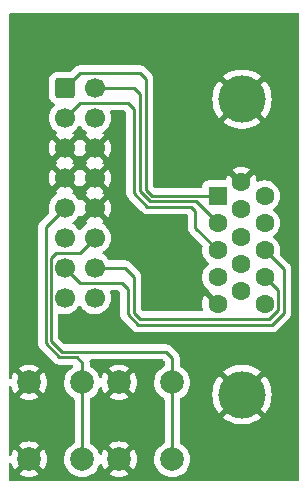
<source format=gbr>
%TF.GenerationSoftware,KiCad,Pcbnew,(7.0.0)*%
%TF.CreationDate,2023-03-04T23:02:33+00:00*%
%TF.ProjectId,VGA_ConnectorV2.kicad_pro,5647415f-436f-46e6-9e65-63746f725632,rev?*%
%TF.SameCoordinates,Original*%
%TF.FileFunction,Copper,L1,Top*%
%TF.FilePolarity,Positive*%
%FSLAX46Y46*%
G04 Gerber Fmt 4.6, Leading zero omitted, Abs format (unit mm)*
G04 Created by KiCad (PCBNEW (7.0.0)) date 2023-03-04 23:02:33*
%MOMM*%
%LPD*%
G01*
G04 APERTURE LIST*
G04 Aperture macros list*
%AMRoundRect*
0 Rectangle with rounded corners*
0 $1 Rounding radius*
0 $2 $3 $4 $5 $6 $7 $8 $9 X,Y pos of 4 corners*
0 Add a 4 corners polygon primitive as box body*
4,1,4,$2,$3,$4,$5,$6,$7,$8,$9,$2,$3,0*
0 Add four circle primitives for the rounded corners*
1,1,$1+$1,$2,$3*
1,1,$1+$1,$4,$5*
1,1,$1+$1,$6,$7*
1,1,$1+$1,$8,$9*
0 Add four rect primitives between the rounded corners*
20,1,$1+$1,$2,$3,$4,$5,0*
20,1,$1+$1,$4,$5,$6,$7,0*
20,1,$1+$1,$6,$7,$8,$9,0*
20,1,$1+$1,$8,$9,$2,$3,0*%
G04 Aperture macros list end*
%TA.AperFunction,ComponentPad*%
%ADD10C,2.000000*%
%TD*%
%TA.AperFunction,ComponentPad*%
%ADD11RoundRect,0.250000X-0.600000X-0.600000X0.600000X-0.600000X0.600000X0.600000X-0.600000X0.600000X0*%
%TD*%
%TA.AperFunction,ComponentPad*%
%ADD12C,1.700000*%
%TD*%
%TA.AperFunction,ComponentPad*%
%ADD13C,1.600000*%
%TD*%
%TA.AperFunction,ComponentPad*%
%ADD14R,1.600000X1.600000*%
%TD*%
%TA.AperFunction,ComponentPad*%
%ADD15C,4.000000*%
%TD*%
%TA.AperFunction,Conductor*%
%ADD16C,0.250000*%
%TD*%
G04 APERTURE END LIST*
D10*
%TO.P,SW2,1,A*%
%TO.N,/~{PICO_RST}*%
X151838000Y-101289000D03*
X151838000Y-94789000D03*
%TO.P,SW2,2,B*%
%TO.N,GND*%
X147338000Y-101289000D03*
X147338000Y-94789000D03*
%TD*%
%TO.P,SW1,1,A*%
%TO.N,/~{SCR_CAP}*%
X144218000Y-101289000D03*
X144218000Y-94789000D03*
%TO.P,SW1,2,B*%
%TO.N,GND*%
X139718000Y-101289000D03*
X139718000Y-94789000D03*
%TD*%
D11*
%TO.P,J1,1,Pin_1*%
%TO.N,/VGA_RED*%
X142746000Y-69850000D03*
D12*
%TO.P,J1,2,Pin_2*%
%TO.N,/VGA_GREEN*%
X145286000Y-69850000D03*
%TO.P,J1,3,Pin_3*%
%TO.N,/VGA_BLUE*%
X142746000Y-72390000D03*
%TO.P,J1,4,Pin_4*%
%TO.N,unconnected-(J1-Pin_4-Pad4)*%
X145286000Y-72390000D03*
%TO.P,J1,5,Pin_5*%
%TO.N,GND*%
X142746000Y-74930000D03*
%TO.P,J1,6,Pin_6*%
X145286000Y-74930000D03*
%TO.P,J1,7,Pin_7*%
X142746000Y-77470000D03*
%TO.P,J1,8,Pin_8*%
X145286000Y-77470000D03*
%TO.P,J1,9,Pin_9*%
%TO.N,/~{SCR_CAP}*%
X142746000Y-80010000D03*
%TO.P,J1,10,Pin_10*%
%TO.N,GND*%
X145286000Y-80010000D03*
%TO.P,J1,11,Pin_11*%
%TO.N,unconnected-(J1-Pin_11-Pad11)*%
X142746000Y-82550000D03*
%TO.P,J1,12,Pin_12*%
%TO.N,/~{PICO_RST}*%
X145286000Y-82550000D03*
%TO.P,J1,13,Pin_13*%
%TO.N,/HSYNC*%
X142746000Y-85090000D03*
%TO.P,J1,14,Pin_14*%
%TO.N,/VSYNC*%
X145286000Y-85090000D03*
%TO.P,J1,15,Pin_15*%
%TO.N,unconnected-(J1-Pin_15-Pad15)*%
X142746000Y-87630000D03*
%TO.P,J1,16,Pin_16*%
%TO.N,unconnected-(J1-Pin_16-Pad16)*%
X145286000Y-87630000D03*
%TD*%
D13*
%TO.P,J2,15*%
%TO.N,unconnected-(J2-Pad15)*%
X159662000Y-88154000D03*
%TO.P,J2,14*%
%TO.N,/VSYNC*%
X159662000Y-85864000D03*
%TO.P,J2,13*%
%TO.N,/HSYNC*%
X159662000Y-83574000D03*
%TO.P,J2,12*%
%TO.N,unconnected-(J2-Pad12)*%
X159662000Y-81284000D03*
%TO.P,J2,11*%
%TO.N,unconnected-(J2-Pad11)*%
X159662000Y-78994000D03*
%TO.P,J2,10*%
%TO.N,GND*%
X157682000Y-87009000D03*
%TO.P,J2,9*%
%TO.N,unconnected-(J2-Pad9)*%
X157682000Y-84719000D03*
%TO.P,J2,8*%
%TO.N,GND*%
X157682000Y-82429000D03*
%TO.P,J2,7*%
X157682000Y-80139000D03*
%TO.P,J2,6*%
X157682000Y-77849000D03*
%TO.P,J2,5*%
X155702000Y-88154000D03*
%TO.P,J2,4*%
%TO.N,unconnected-(J2-Pad4)*%
X155702000Y-85864000D03*
%TO.P,J2,3*%
%TO.N,/VGA_BLUE*%
X155702000Y-83574000D03*
%TO.P,J2,2*%
%TO.N,/VGA_GREEN*%
X155702000Y-81284000D03*
D14*
%TO.P,J2,1*%
%TO.N,/VGA_RED*%
X155701999Y-78993999D03*
D15*
%TO.P,J2,0*%
%TO.N,GND*%
X157752000Y-70809000D03*
X157752000Y-95809000D03*
%TD*%
D16*
%TO.N,/~{SCR_CAP}*%
X144218000Y-94789000D02*
X144218000Y-101289000D01*
X142289604Y-92647000D02*
X141121000Y-91478396D01*
X143746000Y-92647000D02*
X142289604Y-92647000D01*
X141121000Y-81635000D02*
X141121000Y-91435000D01*
X141121000Y-91478396D02*
X141121000Y-91435000D01*
X144218000Y-93119000D02*
X143746000Y-92647000D01*
X144218000Y-94789000D02*
X144218000Y-93119000D01*
X142746000Y-80010000D02*
X141121000Y-81635000D01*
%TO.N,/~{PICO_RST}*%
X151330000Y-92197000D02*
X151838000Y-92705000D01*
X141571000Y-84233000D02*
X141571000Y-91292000D01*
X151838000Y-92705000D02*
X151838000Y-94789000D01*
X142476000Y-92197000D02*
X151330000Y-92197000D01*
X141571000Y-91292000D02*
X142476000Y-92197000D01*
X141984000Y-83820000D02*
X141571000Y-84233000D01*
X145286000Y-82550000D02*
X144016000Y-83820000D01*
X144016000Y-83820000D02*
X141984000Y-83820000D01*
%TO.N,/VSYNC*%
X148590000Y-88900000D02*
X148590000Y-85852000D01*
X149098000Y-89408000D02*
X148590000Y-88900000D01*
X159998991Y-89408000D02*
X149098000Y-89408000D01*
X160787000Y-86989000D02*
X160787000Y-88619991D01*
X159662000Y-85864000D02*
X160787000Y-86989000D01*
X160787000Y-88619991D02*
X159998991Y-89408000D01*
X148590000Y-85852000D02*
X147828000Y-85090000D01*
X147828000Y-85090000D02*
X145286000Y-85090000D01*
%TO.N,/HSYNC*%
X144016000Y-86360000D02*
X142746000Y-85090000D01*
X144016000Y-86360000D02*
X147574000Y-86360000D01*
%TO.N,/VGA_BLUE*%
X144016000Y-71120000D02*
X142746000Y-72390000D01*
X144016000Y-71120000D02*
X148082000Y-71120000D01*
%TO.N,/VGA_GREEN*%
X149098000Y-70358000D02*
X148590000Y-69850000D01*
X149927604Y-79444000D02*
X149098000Y-78614396D01*
X149098000Y-78614396D02*
X149098000Y-70358000D01*
X155702000Y-81284000D02*
X153862000Y-79444000D01*
X153862000Y-79444000D02*
X149927604Y-79444000D01*
X148590000Y-69850000D02*
X145286000Y-69850000D01*
%TO.N,/VGA_RED*%
X144016000Y-68580000D02*
X149098000Y-68580000D01*
X144016000Y-68580000D02*
X142746000Y-69850000D01*
%TO.N,/~{PICO_RST}*%
X151838000Y-101289000D02*
X151838000Y-94789000D01*
%TO.N,/VGA_RED*%
X150114000Y-78994000D02*
X155702000Y-78994000D01*
X149098000Y-68580000D02*
X149606000Y-69088000D01*
X149606000Y-69088000D02*
X149606000Y-78486000D01*
X149606000Y-78486000D02*
X150114000Y-78994000D01*
%TO.N,/VGA_BLUE*%
X148590000Y-78742792D02*
X148590000Y-71628000D01*
X153812000Y-80309000D02*
X153397000Y-79894000D01*
X153397000Y-79894000D02*
X149741208Y-79894000D01*
X155702000Y-83574000D02*
X153812000Y-81684000D01*
X149741208Y-79894000D02*
X148590000Y-78742792D01*
X153812000Y-81684000D02*
X153812000Y-80309000D01*
X148590000Y-71628000D02*
X148082000Y-71120000D01*
%TO.N,/HSYNC*%
X161290000Y-85202000D02*
X159662000Y-83574000D01*
X160274000Y-89916000D02*
X161290000Y-88900000D01*
X148082000Y-86868000D02*
X148082000Y-89028396D01*
X147574000Y-86360000D02*
X148082000Y-86868000D01*
X148969604Y-89916000D02*
X160274000Y-89916000D01*
X161290000Y-88900000D02*
X161290000Y-85202000D01*
X148082000Y-89028396D02*
X148969604Y-89916000D01*
%TD*%
%TA.AperFunction,Conductor*%
%TO.N,GND*%
G36*
X162548500Y-63526381D02*
G01*
X162594619Y-63572500D01*
X162611500Y-63635500D01*
X162611500Y-102982500D01*
X162594619Y-103045500D01*
X162548500Y-103091619D01*
X162485500Y-103108500D01*
X138138500Y-103108500D01*
X138075500Y-103091619D01*
X138029381Y-103045500D01*
X138012500Y-102982500D01*
X138012500Y-102521619D01*
X138848183Y-102521619D01*
X138856286Y-102529565D01*
X139027044Y-102634206D01*
X139035839Y-102638687D01*
X139245987Y-102725733D01*
X139255373Y-102728783D01*
X139476554Y-102781884D01*
X139486300Y-102783428D01*
X139713070Y-102801275D01*
X139722930Y-102801275D01*
X139949699Y-102783428D01*
X139959445Y-102781884D01*
X140180626Y-102728783D01*
X140190012Y-102725733D01*
X140400162Y-102638686D01*
X140408957Y-102634205D01*
X140579708Y-102529568D01*
X140587814Y-102521619D01*
X140581787Y-102511997D01*
X139729729Y-101659939D01*
X139717999Y-101653167D01*
X139706271Y-101659938D01*
X138854208Y-102512000D01*
X138848183Y-102521619D01*
X138012500Y-102521619D01*
X138012500Y-101709408D01*
X138026992Y-101650741D01*
X138067133Y-101605568D01*
X138123690Y-101584281D01*
X138183654Y-101591777D01*
X138233232Y-101626330D01*
X138261019Y-101679994D01*
X138278216Y-101751626D01*
X138281266Y-101761012D01*
X138368312Y-101971160D01*
X138372793Y-101979955D01*
X138477433Y-102150712D01*
X138485379Y-102158816D01*
X138494997Y-102152791D01*
X139347059Y-101300730D01*
X139353832Y-101288999D01*
X140082167Y-101288999D01*
X140088939Y-101300729D01*
X140940997Y-102152787D01*
X140950619Y-102158814D01*
X140958568Y-102150708D01*
X141063205Y-101979957D01*
X141067686Y-101971162D01*
X141154733Y-101761012D01*
X141157783Y-101751626D01*
X141210884Y-101530445D01*
X141212428Y-101520699D01*
X141230275Y-101293930D01*
X141230275Y-101284070D01*
X141212428Y-101057300D01*
X141210884Y-101047554D01*
X141157783Y-100826373D01*
X141154733Y-100816987D01*
X141067687Y-100606839D01*
X141063206Y-100598044D01*
X140958565Y-100427286D01*
X140950619Y-100419183D01*
X140941000Y-100425208D01*
X140088938Y-101277271D01*
X140082167Y-101288999D01*
X139353832Y-101288999D01*
X139347060Y-101277270D01*
X138494999Y-100425209D01*
X138485378Y-100419183D01*
X138477433Y-100427285D01*
X138372793Y-100598044D01*
X138368312Y-100606839D01*
X138281266Y-100816987D01*
X138278216Y-100826373D01*
X138261019Y-100898006D01*
X138233232Y-100951670D01*
X138183654Y-100986223D01*
X138123690Y-100993719D01*
X138067133Y-100972432D01*
X138026992Y-100927259D01*
X138012500Y-100868592D01*
X138012500Y-100056378D01*
X138848183Y-100056378D01*
X138854209Y-100065999D01*
X139706270Y-100918060D01*
X139717999Y-100924832D01*
X139729730Y-100918059D01*
X140581791Y-100065997D01*
X140587816Y-100056379D01*
X140579712Y-100048433D01*
X140408955Y-99943793D01*
X140400160Y-99939312D01*
X140190012Y-99852266D01*
X140180626Y-99849216D01*
X139959445Y-99796115D01*
X139949699Y-99794571D01*
X139722930Y-99776725D01*
X139713070Y-99776725D01*
X139486300Y-99794571D01*
X139476554Y-99796115D01*
X139255373Y-99849216D01*
X139245987Y-99852266D01*
X139035839Y-99939312D01*
X139027044Y-99943793D01*
X138856285Y-100048433D01*
X138848183Y-100056378D01*
X138012500Y-100056378D01*
X138012500Y-96021619D01*
X138848183Y-96021619D01*
X138856286Y-96029565D01*
X139027044Y-96134206D01*
X139035839Y-96138687D01*
X139245987Y-96225733D01*
X139255373Y-96228783D01*
X139476554Y-96281884D01*
X139486300Y-96283428D01*
X139713070Y-96301275D01*
X139722930Y-96301275D01*
X139949699Y-96283428D01*
X139959445Y-96281884D01*
X140180626Y-96228783D01*
X140190012Y-96225733D01*
X140400162Y-96138686D01*
X140408957Y-96134205D01*
X140579708Y-96029568D01*
X140587814Y-96021619D01*
X140581787Y-96011997D01*
X139729729Y-95159939D01*
X139717999Y-95153167D01*
X139706271Y-95159938D01*
X138854208Y-96012000D01*
X138848183Y-96021619D01*
X138012500Y-96021619D01*
X138012500Y-95209408D01*
X138026992Y-95150741D01*
X138067133Y-95105568D01*
X138123690Y-95084281D01*
X138183654Y-95091777D01*
X138233232Y-95126330D01*
X138261019Y-95179994D01*
X138278216Y-95251626D01*
X138281266Y-95261012D01*
X138368312Y-95471160D01*
X138372793Y-95479955D01*
X138477433Y-95650712D01*
X138485379Y-95658816D01*
X138494997Y-95652791D01*
X139347059Y-94800730D01*
X139353832Y-94788999D01*
X140082167Y-94788999D01*
X140088939Y-94800729D01*
X140940997Y-95652787D01*
X140950619Y-95658814D01*
X140958568Y-95650708D01*
X141063205Y-95479957D01*
X141067686Y-95471162D01*
X141154733Y-95261012D01*
X141157783Y-95251626D01*
X141210884Y-95030445D01*
X141212428Y-95020699D01*
X141230275Y-94793930D01*
X141230275Y-94784070D01*
X141212428Y-94557300D01*
X141210884Y-94547554D01*
X141157783Y-94326373D01*
X141154733Y-94316987D01*
X141067687Y-94106839D01*
X141063206Y-94098044D01*
X140958565Y-93927286D01*
X140950619Y-93919183D01*
X140941000Y-93925208D01*
X140088938Y-94777271D01*
X140082167Y-94788999D01*
X139353832Y-94788999D01*
X139347060Y-94777270D01*
X138494999Y-93925209D01*
X138485378Y-93919183D01*
X138477433Y-93927285D01*
X138372793Y-94098044D01*
X138368312Y-94106839D01*
X138281266Y-94316987D01*
X138278216Y-94326373D01*
X138261019Y-94398006D01*
X138233232Y-94451670D01*
X138183654Y-94486223D01*
X138123690Y-94493719D01*
X138067133Y-94472432D01*
X138026992Y-94427259D01*
X138012500Y-94368592D01*
X138012500Y-93556378D01*
X138848183Y-93556378D01*
X138854209Y-93565999D01*
X139706270Y-94418060D01*
X139717999Y-94424832D01*
X139729730Y-94418059D01*
X140581791Y-93565997D01*
X140587816Y-93556379D01*
X140579712Y-93548433D01*
X140408955Y-93443793D01*
X140400160Y-93439312D01*
X140190012Y-93352266D01*
X140180626Y-93349216D01*
X139959445Y-93296115D01*
X139949699Y-93294571D01*
X139722930Y-93276725D01*
X139713070Y-93276725D01*
X139486300Y-93294571D01*
X139476554Y-93296115D01*
X139255373Y-93349216D01*
X139245987Y-93352266D01*
X139035839Y-93439312D01*
X139027044Y-93443793D01*
X138856285Y-93548433D01*
X138848183Y-93556378D01*
X138012500Y-93556378D01*
X138012500Y-81614943D01*
X140482780Y-81614943D01*
X140483525Y-81622826D01*
X140483525Y-81622834D01*
X140486941Y-81658961D01*
X140487500Y-81670819D01*
X140487500Y-91399629D01*
X140486972Y-91410812D01*
X140485298Y-91418305D01*
X140485547Y-91426229D01*
X140485547Y-91426231D01*
X140487438Y-91486382D01*
X140487500Y-91490341D01*
X140487500Y-91518252D01*
X140487995Y-91522170D01*
X140487997Y-91522202D01*
X140488008Y-91522284D01*
X140488937Y-91534093D01*
X140490077Y-91570365D01*
X140490078Y-91570372D01*
X140490327Y-91578285D01*
X140492537Y-91585894D01*
X140492538Y-91585896D01*
X140495978Y-91597738D01*
X140499986Y-91617089D01*
X140500935Y-91624605D01*
X140502526Y-91637193D01*
X140505444Y-91644565D01*
X140505445Y-91644566D01*
X140518800Y-91678297D01*
X140522645Y-91689526D01*
X140532771Y-91724382D01*
X140532773Y-91724388D01*
X140534982Y-91731989D01*
X140539014Y-91738807D01*
X140539015Y-91738809D01*
X140545293Y-91749425D01*
X140553990Y-91767178D01*
X140561448Y-91786013D01*
X140566107Y-91792426D01*
X140566108Y-91792427D01*
X140587432Y-91821777D01*
X140593948Y-91831697D01*
X140612422Y-91862934D01*
X140616458Y-91869758D01*
X140622062Y-91875362D01*
X140622063Y-91875363D01*
X140630778Y-91884078D01*
X140643618Y-91899111D01*
X140655528Y-91915503D01*
X140661635Y-91920555D01*
X140661636Y-91920556D01*
X140689598Y-91943688D01*
X140698378Y-91951678D01*
X141785946Y-93039246D01*
X141793488Y-93047533D01*
X141797604Y-93054018D01*
X141803383Y-93059444D01*
X141803384Y-93059446D01*
X141847271Y-93100658D01*
X141850113Y-93103413D01*
X141869835Y-93123135D01*
X141872963Y-93125561D01*
X141872964Y-93125562D01*
X141873018Y-93125604D01*
X141882050Y-93133317D01*
X141914283Y-93163586D01*
X141921228Y-93167404D01*
X141932034Y-93173345D01*
X141948560Y-93184201D01*
X141958294Y-93191751D01*
X141958296Y-93191752D01*
X141964564Y-93196614D01*
X142005134Y-93214170D01*
X142015790Y-93219390D01*
X142054544Y-93240695D01*
X142074170Y-93245734D01*
X142092863Y-93252134D01*
X142111459Y-93260181D01*
X142119290Y-93261421D01*
X142119293Y-93261422D01*
X142135732Y-93264025D01*
X142155129Y-93267097D01*
X142166729Y-93269498D01*
X142209574Y-93280500D01*
X142229828Y-93280500D01*
X142249538Y-93282050D01*
X142269547Y-93285220D01*
X142313565Y-93281058D01*
X142325423Y-93280500D01*
X143345795Y-93280500D01*
X143408223Y-93297052D01*
X143454248Y-93342361D01*
X143471779Y-93404521D01*
X143456210Y-93467201D01*
X143411630Y-93513932D01*
X143332807Y-93562235D01*
X143332799Y-93562241D01*
X143328584Y-93564824D01*
X143324834Y-93568026D01*
X143324824Y-93568034D01*
X143151786Y-93715823D01*
X143151779Y-93715829D01*
X143148031Y-93719031D01*
X143144829Y-93722779D01*
X143144823Y-93722786D01*
X142997034Y-93895824D01*
X142997026Y-93895834D01*
X142993824Y-93899584D01*
X142991245Y-93903792D01*
X142991241Y-93903798D01*
X142976848Y-93927286D01*
X142869760Y-94102037D01*
X142867867Y-94106606D01*
X142867865Y-94106611D01*
X142780789Y-94316832D01*
X142780786Y-94316838D01*
X142778895Y-94321406D01*
X142777741Y-94326209D01*
X142777739Y-94326218D01*
X142737526Y-94493719D01*
X142723465Y-94552289D01*
X142723077Y-94557212D01*
X142723076Y-94557222D01*
X142705758Y-94777270D01*
X142704835Y-94789000D01*
X142705223Y-94793930D01*
X142723076Y-95020777D01*
X142723077Y-95020785D01*
X142723465Y-95025711D01*
X142724619Y-95030519D01*
X142724620Y-95030523D01*
X142777739Y-95251781D01*
X142777740Y-95251786D01*
X142778895Y-95256594D01*
X142869760Y-95475963D01*
X142993824Y-95678416D01*
X143148031Y-95858969D01*
X143328584Y-96013176D01*
X143502894Y-96119994D01*
X143524335Y-96133133D01*
X143568435Y-96179000D01*
X143584500Y-96240566D01*
X143584500Y-99837434D01*
X143568435Y-99899000D01*
X143524335Y-99944867D01*
X143332798Y-100062241D01*
X143332792Y-100062245D01*
X143328584Y-100064824D01*
X143324834Y-100068026D01*
X143324824Y-100068034D01*
X143151786Y-100215823D01*
X143151779Y-100215829D01*
X143148031Y-100219031D01*
X143144829Y-100222779D01*
X143144823Y-100222786D01*
X142997034Y-100395824D01*
X142997026Y-100395834D01*
X142993824Y-100399584D01*
X142991245Y-100403792D01*
X142991241Y-100403798D01*
X142976848Y-100427286D01*
X142869760Y-100602037D01*
X142867867Y-100606606D01*
X142867865Y-100606611D01*
X142780789Y-100816832D01*
X142780786Y-100816838D01*
X142778895Y-100821406D01*
X142777741Y-100826209D01*
X142777739Y-100826218D01*
X142737526Y-100993719D01*
X142723465Y-101052289D01*
X142723077Y-101057212D01*
X142723076Y-101057222D01*
X142705758Y-101277270D01*
X142704835Y-101289000D01*
X142705223Y-101293930D01*
X142723076Y-101520777D01*
X142723077Y-101520785D01*
X142723465Y-101525711D01*
X142724619Y-101530519D01*
X142724620Y-101530523D01*
X142777739Y-101751781D01*
X142777740Y-101751786D01*
X142778895Y-101756594D01*
X142869760Y-101975963D01*
X142993824Y-102178416D01*
X143148031Y-102358969D01*
X143328584Y-102513176D01*
X143531037Y-102637240D01*
X143750406Y-102728105D01*
X143981289Y-102783535D01*
X144218000Y-102802165D01*
X144454711Y-102783535D01*
X144685594Y-102728105D01*
X144904963Y-102637240D01*
X145093638Y-102521619D01*
X146468183Y-102521619D01*
X146476286Y-102529565D01*
X146647044Y-102634206D01*
X146655839Y-102638687D01*
X146865987Y-102725733D01*
X146875373Y-102728783D01*
X147096554Y-102781884D01*
X147106300Y-102783428D01*
X147333070Y-102801275D01*
X147342930Y-102801275D01*
X147569699Y-102783428D01*
X147579445Y-102781884D01*
X147800626Y-102728783D01*
X147810012Y-102725733D01*
X148020162Y-102638686D01*
X148028957Y-102634205D01*
X148199708Y-102529568D01*
X148207814Y-102521619D01*
X148201787Y-102511997D01*
X147349729Y-101659939D01*
X147337999Y-101653167D01*
X147326271Y-101659938D01*
X146474208Y-102512000D01*
X146468183Y-102521619D01*
X145093638Y-102521619D01*
X145107416Y-102513176D01*
X145287969Y-102358969D01*
X145442176Y-102178416D01*
X145566240Y-101975963D01*
X145657105Y-101756594D01*
X145658262Y-101751771D01*
X145658428Y-101751263D01*
X145692006Y-101698348D01*
X145746923Y-101668154D01*
X145809593Y-101668151D01*
X145864512Y-101698340D01*
X145898094Y-101751253D01*
X145901262Y-101761002D01*
X145988312Y-101971160D01*
X145992793Y-101979955D01*
X146097433Y-102150712D01*
X146105379Y-102158816D01*
X146114997Y-102152791D01*
X146967059Y-101300730D01*
X146973832Y-101288999D01*
X147702167Y-101288999D01*
X147708939Y-101300729D01*
X148560997Y-102152787D01*
X148570619Y-102158814D01*
X148578568Y-102150708D01*
X148683205Y-101979957D01*
X148687686Y-101971162D01*
X148774733Y-101761012D01*
X148777783Y-101751626D01*
X148830884Y-101530445D01*
X148832428Y-101520699D01*
X148850275Y-101293930D01*
X148850275Y-101284070D01*
X148832428Y-101057300D01*
X148830884Y-101047554D01*
X148777783Y-100826373D01*
X148774733Y-100816987D01*
X148687687Y-100606839D01*
X148683206Y-100598044D01*
X148578565Y-100427286D01*
X148570619Y-100419183D01*
X148561000Y-100425208D01*
X147708938Y-101277271D01*
X147702167Y-101288999D01*
X146973832Y-101288999D01*
X146967060Y-101277270D01*
X146114999Y-100425209D01*
X146105378Y-100419183D01*
X146097433Y-100427285D01*
X145992793Y-100598044D01*
X145988312Y-100606839D01*
X145901266Y-100816987D01*
X145898094Y-100826749D01*
X145864511Y-100879660D01*
X145809592Y-100909848D01*
X145746923Y-100909845D01*
X145692007Y-100879652D01*
X145658429Y-100826739D01*
X145658260Y-100826218D01*
X145657105Y-100821406D01*
X145566240Y-100602037D01*
X145442176Y-100399584D01*
X145287969Y-100219031D01*
X145284213Y-100215823D01*
X145111175Y-100068034D01*
X145111171Y-100068031D01*
X145107416Y-100064824D01*
X145093633Y-100056378D01*
X146468183Y-100056378D01*
X146474209Y-100065999D01*
X147326270Y-100918060D01*
X147337999Y-100924832D01*
X147349730Y-100918059D01*
X148201791Y-100065997D01*
X148207816Y-100056379D01*
X148199712Y-100048433D01*
X148028955Y-99943793D01*
X148020160Y-99939312D01*
X147810012Y-99852266D01*
X147800626Y-99849216D01*
X147579445Y-99796115D01*
X147569699Y-99794571D01*
X147342930Y-99776725D01*
X147333070Y-99776725D01*
X147106300Y-99794571D01*
X147096554Y-99796115D01*
X146875373Y-99849216D01*
X146865987Y-99852266D01*
X146655839Y-99939312D01*
X146647044Y-99943793D01*
X146476285Y-100048433D01*
X146468183Y-100056378D01*
X145093633Y-100056378D01*
X144911665Y-99944867D01*
X144867565Y-99899000D01*
X144851500Y-99837434D01*
X144851500Y-96240566D01*
X144867565Y-96179000D01*
X144911665Y-96133133D01*
X144933106Y-96119994D01*
X145093638Y-96021619D01*
X146468183Y-96021619D01*
X146476286Y-96029565D01*
X146647044Y-96134206D01*
X146655839Y-96138687D01*
X146865987Y-96225733D01*
X146875373Y-96228783D01*
X147096554Y-96281884D01*
X147106300Y-96283428D01*
X147333070Y-96301275D01*
X147342930Y-96301275D01*
X147569699Y-96283428D01*
X147579445Y-96281884D01*
X147800626Y-96228783D01*
X147810012Y-96225733D01*
X148020162Y-96138686D01*
X148028957Y-96134205D01*
X148199708Y-96029568D01*
X148207814Y-96021619D01*
X148201787Y-96011997D01*
X147349729Y-95159939D01*
X147337999Y-95153167D01*
X147326271Y-95159938D01*
X146474208Y-96012000D01*
X146468183Y-96021619D01*
X145093638Y-96021619D01*
X145107416Y-96013176D01*
X145287969Y-95858969D01*
X145442176Y-95678416D01*
X145566240Y-95475963D01*
X145657105Y-95256594D01*
X145658262Y-95251771D01*
X145658428Y-95251263D01*
X145692006Y-95198348D01*
X145746923Y-95168154D01*
X145809593Y-95168151D01*
X145864512Y-95198340D01*
X145898094Y-95251253D01*
X145901262Y-95261002D01*
X145988312Y-95471160D01*
X145992793Y-95479955D01*
X146097433Y-95650712D01*
X146105379Y-95658816D01*
X146114997Y-95652791D01*
X146967059Y-94800730D01*
X146973832Y-94788999D01*
X147702167Y-94788999D01*
X147708939Y-94800729D01*
X148560997Y-95652787D01*
X148570619Y-95658814D01*
X148578568Y-95650708D01*
X148683205Y-95479957D01*
X148687686Y-95471162D01*
X148774733Y-95261012D01*
X148777783Y-95251626D01*
X148830884Y-95030445D01*
X148832428Y-95020699D01*
X148850275Y-94793930D01*
X148850275Y-94784070D01*
X148832428Y-94557300D01*
X148830884Y-94547554D01*
X148777783Y-94326373D01*
X148774733Y-94316987D01*
X148687687Y-94106839D01*
X148683206Y-94098044D01*
X148578565Y-93927286D01*
X148570619Y-93919183D01*
X148561000Y-93925208D01*
X147708938Y-94777271D01*
X147702167Y-94788999D01*
X146973832Y-94788999D01*
X146967060Y-94777270D01*
X146114999Y-93925209D01*
X146105378Y-93919183D01*
X146097433Y-93927285D01*
X145992793Y-94098044D01*
X145988312Y-94106839D01*
X145901266Y-94316987D01*
X145898094Y-94326749D01*
X145864511Y-94379660D01*
X145809592Y-94409848D01*
X145746923Y-94409845D01*
X145692007Y-94379652D01*
X145658429Y-94326739D01*
X145658260Y-94326218D01*
X145657105Y-94321406D01*
X145566240Y-94102037D01*
X145442176Y-93899584D01*
X145287969Y-93719031D01*
X145248510Y-93685330D01*
X145111175Y-93568034D01*
X145111171Y-93568031D01*
X145107416Y-93564824D01*
X145093633Y-93556378D01*
X146468183Y-93556378D01*
X146474209Y-93565999D01*
X147326270Y-94418060D01*
X147337999Y-94424832D01*
X147349730Y-94418059D01*
X148201791Y-93565997D01*
X148207816Y-93556379D01*
X148199712Y-93548433D01*
X148028955Y-93443793D01*
X148020160Y-93439312D01*
X147810012Y-93352266D01*
X147800626Y-93349216D01*
X147579445Y-93296115D01*
X147569699Y-93294571D01*
X147342930Y-93276725D01*
X147333070Y-93276725D01*
X147106300Y-93294571D01*
X147096554Y-93296115D01*
X146875373Y-93349216D01*
X146865987Y-93352266D01*
X146655839Y-93439312D01*
X146647044Y-93443793D01*
X146476285Y-93548433D01*
X146468183Y-93556378D01*
X145093633Y-93556378D01*
X144911665Y-93444867D01*
X144867565Y-93399000D01*
X144851500Y-93337434D01*
X144851500Y-93197767D01*
X144852027Y-93186583D01*
X144853702Y-93179091D01*
X144851561Y-93111000D01*
X144851500Y-93107043D01*
X144851500Y-93083109D01*
X144851500Y-93079144D01*
X144850995Y-93075152D01*
X144850062Y-93063305D01*
X144849941Y-93059446D01*
X144848674Y-93019111D01*
X144843019Y-92999647D01*
X144839011Y-92980291D01*
X144838000Y-92972283D01*
X144849001Y-92902847D01*
X144895495Y-92850113D01*
X144963007Y-92830500D01*
X151015406Y-92830500D01*
X151063624Y-92840091D01*
X151104501Y-92867405D01*
X151167595Y-92930499D01*
X151194909Y-92971376D01*
X151204500Y-93019594D01*
X151204500Y-93337434D01*
X151188435Y-93399000D01*
X151144335Y-93444867D01*
X150952798Y-93562241D01*
X150952792Y-93562245D01*
X150948584Y-93564824D01*
X150944834Y-93568026D01*
X150944824Y-93568034D01*
X150771786Y-93715823D01*
X150771779Y-93715829D01*
X150768031Y-93719031D01*
X150764829Y-93722779D01*
X150764823Y-93722786D01*
X150617034Y-93895824D01*
X150617026Y-93895834D01*
X150613824Y-93899584D01*
X150611245Y-93903792D01*
X150611241Y-93903798D01*
X150596848Y-93927286D01*
X150489760Y-94102037D01*
X150487867Y-94106606D01*
X150487865Y-94106611D01*
X150400789Y-94316832D01*
X150400786Y-94316838D01*
X150398895Y-94321406D01*
X150397741Y-94326209D01*
X150397739Y-94326218D01*
X150357526Y-94493719D01*
X150343465Y-94552289D01*
X150343077Y-94557212D01*
X150343076Y-94557222D01*
X150325758Y-94777270D01*
X150324835Y-94789000D01*
X150325223Y-94793930D01*
X150343076Y-95020777D01*
X150343077Y-95020785D01*
X150343465Y-95025711D01*
X150344619Y-95030519D01*
X150344620Y-95030523D01*
X150397739Y-95251781D01*
X150397740Y-95251786D01*
X150398895Y-95256594D01*
X150489760Y-95475963D01*
X150613824Y-95678416D01*
X150768031Y-95858969D01*
X150948584Y-96013176D01*
X151122894Y-96119994D01*
X151144335Y-96133133D01*
X151188435Y-96179000D01*
X151204500Y-96240566D01*
X151204500Y-99837434D01*
X151188435Y-99899000D01*
X151144335Y-99944867D01*
X150952798Y-100062241D01*
X150952792Y-100062245D01*
X150948584Y-100064824D01*
X150944834Y-100068026D01*
X150944824Y-100068034D01*
X150771786Y-100215823D01*
X150771779Y-100215829D01*
X150768031Y-100219031D01*
X150764829Y-100222779D01*
X150764823Y-100222786D01*
X150617034Y-100395824D01*
X150617026Y-100395834D01*
X150613824Y-100399584D01*
X150611245Y-100403792D01*
X150611241Y-100403798D01*
X150596848Y-100427286D01*
X150489760Y-100602037D01*
X150487867Y-100606606D01*
X150487865Y-100606611D01*
X150400789Y-100816832D01*
X150400786Y-100816838D01*
X150398895Y-100821406D01*
X150397741Y-100826209D01*
X150397739Y-100826218D01*
X150357526Y-100993719D01*
X150343465Y-101052289D01*
X150343077Y-101057212D01*
X150343076Y-101057222D01*
X150325758Y-101277270D01*
X150324835Y-101289000D01*
X150325223Y-101293930D01*
X150343076Y-101520777D01*
X150343077Y-101520785D01*
X150343465Y-101525711D01*
X150344619Y-101530519D01*
X150344620Y-101530523D01*
X150397739Y-101751781D01*
X150397740Y-101751786D01*
X150398895Y-101756594D01*
X150489760Y-101975963D01*
X150613824Y-102178416D01*
X150768031Y-102358969D01*
X150948584Y-102513176D01*
X151151037Y-102637240D01*
X151370406Y-102728105D01*
X151601289Y-102783535D01*
X151838000Y-102802165D01*
X152074711Y-102783535D01*
X152305594Y-102728105D01*
X152524963Y-102637240D01*
X152727416Y-102513176D01*
X152907969Y-102358969D01*
X153062176Y-102178416D01*
X153186240Y-101975963D01*
X153277105Y-101756594D01*
X153332535Y-101525711D01*
X153351165Y-101289000D01*
X153332535Y-101052289D01*
X153277105Y-100821406D01*
X153186240Y-100602037D01*
X153062176Y-100399584D01*
X152907969Y-100219031D01*
X152904213Y-100215823D01*
X152731175Y-100068034D01*
X152731171Y-100068031D01*
X152727416Y-100064824D01*
X152713633Y-100056378D01*
X152531665Y-99944867D01*
X152487565Y-99899000D01*
X152471500Y-99837434D01*
X152471500Y-97755400D01*
X156168182Y-97755400D01*
X156175573Y-97763718D01*
X156402280Y-97928429D01*
X156408961Y-97932669D01*
X156678572Y-98080889D01*
X156685707Y-98084247D01*
X156971769Y-98197507D01*
X156979295Y-98199952D01*
X157277278Y-98276462D01*
X157285050Y-98277944D01*
X157590278Y-98316503D01*
X157598169Y-98317000D01*
X157905831Y-98317000D01*
X157913721Y-98316503D01*
X158218949Y-98277944D01*
X158226721Y-98276462D01*
X158524704Y-98199952D01*
X158532230Y-98197507D01*
X158818292Y-98084247D01*
X158825427Y-98080889D01*
X159095038Y-97932669D01*
X159101719Y-97928429D01*
X159328426Y-97763717D01*
X159335817Y-97755400D01*
X159329815Y-97746025D01*
X157763729Y-96179939D01*
X157751999Y-96173167D01*
X157740270Y-96179939D01*
X156174183Y-97746025D01*
X156168182Y-97755400D01*
X152471500Y-97755400D01*
X152471500Y-96240566D01*
X152487565Y-96179000D01*
X152531665Y-96133133D01*
X152553106Y-96119994D01*
X152727416Y-96013176D01*
X152907969Y-95858969D01*
X152947266Y-95812958D01*
X155239290Y-95812958D01*
X155258606Y-96119994D01*
X155259599Y-96127855D01*
X155317245Y-96430046D01*
X155319216Y-96437723D01*
X155414284Y-96730309D01*
X155417199Y-96737672D01*
X155548189Y-97016040D01*
X155552001Y-97022974D01*
X155716847Y-97282730D01*
X155721500Y-97289135D01*
X155796826Y-97380187D01*
X155808309Y-97388079D01*
X155820486Y-97381302D01*
X157381060Y-95820729D01*
X157387832Y-95809000D01*
X158116167Y-95809000D01*
X158122939Y-95820729D01*
X159683513Y-97381303D01*
X159695688Y-97388080D01*
X159707172Y-97380187D01*
X159782499Y-97289135D01*
X159787152Y-97282730D01*
X159951998Y-97022974D01*
X159955810Y-97016040D01*
X160086800Y-96737672D01*
X160089715Y-96730309D01*
X160184783Y-96437723D01*
X160186754Y-96430046D01*
X160244400Y-96127855D01*
X160245393Y-96119994D01*
X160264710Y-95812958D01*
X160264710Y-95805042D01*
X160245393Y-95498005D01*
X160244400Y-95490144D01*
X160186754Y-95187953D01*
X160184783Y-95180276D01*
X160089715Y-94887690D01*
X160086800Y-94880327D01*
X159955810Y-94601959D01*
X159951998Y-94595025D01*
X159787152Y-94335269D01*
X159782499Y-94328864D01*
X159707172Y-94237811D01*
X159695689Y-94229919D01*
X159683512Y-94236696D01*
X158122939Y-95797270D01*
X158116167Y-95809000D01*
X157387832Y-95809000D01*
X157381060Y-95797270D01*
X155820486Y-94236696D01*
X155808310Y-94229919D01*
X155796825Y-94237812D01*
X155721495Y-94328870D01*
X155716850Y-94335263D01*
X155552001Y-94595025D01*
X155548189Y-94601959D01*
X155417199Y-94880327D01*
X155414284Y-94887690D01*
X155319216Y-95180276D01*
X155317245Y-95187953D01*
X155259599Y-95490144D01*
X155258606Y-95498005D01*
X155239290Y-95805042D01*
X155239290Y-95812958D01*
X152947266Y-95812958D01*
X153062176Y-95678416D01*
X153186240Y-95475963D01*
X153277105Y-95256594D01*
X153332535Y-95025711D01*
X153351165Y-94789000D01*
X153332535Y-94552289D01*
X153277105Y-94321406D01*
X153186240Y-94102037D01*
X153062176Y-93899584D01*
X153030587Y-93862598D01*
X156168181Y-93862598D01*
X156174183Y-93871973D01*
X157740270Y-95438060D01*
X157752000Y-95444832D01*
X157763729Y-95438060D01*
X159329815Y-93871973D01*
X159335816Y-93862598D01*
X159328425Y-93854280D01*
X159101719Y-93689570D01*
X159095038Y-93685330D01*
X158825427Y-93537110D01*
X158818292Y-93533752D01*
X158532230Y-93420492D01*
X158524704Y-93418047D01*
X158226721Y-93341537D01*
X158218949Y-93340055D01*
X157913721Y-93301496D01*
X157905831Y-93301000D01*
X157598169Y-93301000D01*
X157590278Y-93301496D01*
X157285050Y-93340055D01*
X157277278Y-93341537D01*
X156979295Y-93418047D01*
X156971769Y-93420492D01*
X156685707Y-93533752D01*
X156678572Y-93537110D01*
X156408961Y-93685330D01*
X156402280Y-93689570D01*
X156175572Y-93854281D01*
X156168181Y-93862598D01*
X153030587Y-93862598D01*
X152907969Y-93719031D01*
X152868510Y-93685330D01*
X152731175Y-93568034D01*
X152731171Y-93568031D01*
X152727416Y-93564824D01*
X152713633Y-93556378D01*
X152531665Y-93444867D01*
X152487565Y-93399000D01*
X152471500Y-93337434D01*
X152471500Y-92783763D01*
X152472027Y-92772579D01*
X152473701Y-92765091D01*
X152471561Y-92697032D01*
X152471500Y-92693075D01*
X152471500Y-92669100D01*
X152471500Y-92665144D01*
X152470993Y-92661134D01*
X152470061Y-92649294D01*
X152468673Y-92605110D01*
X152463020Y-92585656D01*
X152459012Y-92566297D01*
X152456474Y-92546203D01*
X152440197Y-92505092D01*
X152436358Y-92493882D01*
X152424018Y-92451406D01*
X152413703Y-92433966D01*
X152405010Y-92416221D01*
X152397552Y-92397383D01*
X152371564Y-92361614D01*
X152365046Y-92351690D01*
X152346578Y-92320462D01*
X152342542Y-92313637D01*
X152328218Y-92299313D01*
X152315376Y-92284277D01*
X152308134Y-92274309D01*
X152308131Y-92274306D01*
X152303472Y-92267893D01*
X152269405Y-92239710D01*
X152260626Y-92231721D01*
X151833646Y-91804741D01*
X151826112Y-91796463D01*
X151822000Y-91789982D01*
X151772348Y-91743356D01*
X151769506Y-91740601D01*
X151752574Y-91723669D01*
X151749770Y-91720865D01*
X151746575Y-91718386D01*
X151737554Y-91710682D01*
X151715024Y-91689526D01*
X151705321Y-91680414D01*
X151698377Y-91676596D01*
X151698371Y-91676592D01*
X151687566Y-91670652D01*
X151671047Y-91659801D01*
X151655041Y-91647386D01*
X151647766Y-91644238D01*
X151647763Y-91644236D01*
X151614466Y-91629828D01*
X151603804Y-91624605D01*
X151572007Y-91607124D01*
X151572005Y-91607123D01*
X151565060Y-91603305D01*
X151557383Y-91601334D01*
X151557381Y-91601333D01*
X151545438Y-91598267D01*
X151526734Y-91591863D01*
X151515420Y-91586967D01*
X151515418Y-91586966D01*
X151508145Y-91583819D01*
X151500319Y-91582579D01*
X151500318Y-91582579D01*
X151464475Y-91576902D01*
X151452859Y-91574496D01*
X151410030Y-91563500D01*
X151402101Y-91563500D01*
X151389776Y-91563500D01*
X151370065Y-91561949D01*
X151357885Y-91560019D01*
X151357878Y-91560018D01*
X151350057Y-91558780D01*
X151342173Y-91559525D01*
X151342165Y-91559525D01*
X151306039Y-91562941D01*
X151294181Y-91563500D01*
X142790595Y-91563500D01*
X142742377Y-91553909D01*
X142701500Y-91526595D01*
X142241405Y-91066500D01*
X142214091Y-91025623D01*
X142204500Y-90977405D01*
X142204500Y-89056901D01*
X142218471Y-88999235D01*
X142257284Y-88954356D01*
X142312334Y-88932217D01*
X142371411Y-88937727D01*
X142411365Y-88951444D01*
X142633431Y-88988500D01*
X142853358Y-88988500D01*
X142858569Y-88988500D01*
X143080635Y-88951444D01*
X143293574Y-88878342D01*
X143491576Y-88771189D01*
X143669240Y-88632906D01*
X143821722Y-88467268D01*
X143910518Y-88331354D01*
X143956030Y-88289457D01*
X144016000Y-88274271D01*
X144075970Y-88289457D01*
X144121481Y-88331354D01*
X144210278Y-88467268D01*
X144213806Y-88471100D01*
X144359227Y-88629069D01*
X144359231Y-88629073D01*
X144362760Y-88632906D01*
X144540424Y-88771189D01*
X144738426Y-88878342D01*
X144743355Y-88880034D01*
X144743357Y-88880035D01*
X144744499Y-88880427D01*
X144951365Y-88951444D01*
X145173431Y-88988500D01*
X145393358Y-88988500D01*
X145398569Y-88988500D01*
X145620635Y-88951444D01*
X145833574Y-88878342D01*
X146031576Y-88771189D01*
X146209240Y-88632906D01*
X146361722Y-88467268D01*
X146484860Y-88278791D01*
X146575296Y-88072616D01*
X146630564Y-87854368D01*
X146649156Y-87630000D01*
X146630564Y-87405632D01*
X146575296Y-87187384D01*
X146567720Y-87170114D01*
X146557538Y-87109096D01*
X146577625Y-87050585D01*
X146623138Y-87008686D01*
X146683108Y-86993500D01*
X147259406Y-86993500D01*
X147307624Y-87003091D01*
X147348501Y-87030405D01*
X147411595Y-87093499D01*
X147438909Y-87134376D01*
X147448500Y-87182594D01*
X147448500Y-88949629D01*
X147447972Y-88960812D01*
X147446298Y-88968305D01*
X147446547Y-88976229D01*
X147446547Y-88976231D01*
X147448438Y-89036382D01*
X147448500Y-89040341D01*
X147448500Y-89068252D01*
X147448995Y-89072170D01*
X147448997Y-89072202D01*
X147449008Y-89072284D01*
X147449937Y-89084093D01*
X147451077Y-89120365D01*
X147451078Y-89120372D01*
X147451327Y-89128285D01*
X147453537Y-89135894D01*
X147453538Y-89135896D01*
X147456978Y-89147738D01*
X147460986Y-89167089D01*
X147461833Y-89173797D01*
X147463526Y-89187193D01*
X147466444Y-89194565D01*
X147466445Y-89194566D01*
X147479800Y-89228297D01*
X147483645Y-89239526D01*
X147493771Y-89274382D01*
X147493773Y-89274388D01*
X147495982Y-89281989D01*
X147500014Y-89288807D01*
X147500015Y-89288809D01*
X147506293Y-89299425D01*
X147514990Y-89317178D01*
X147516016Y-89319770D01*
X147522448Y-89336013D01*
X147527107Y-89342426D01*
X147527108Y-89342427D01*
X147548432Y-89371777D01*
X147554948Y-89381697D01*
X147564239Y-89397406D01*
X147577458Y-89419758D01*
X147583062Y-89425362D01*
X147583063Y-89425363D01*
X147591778Y-89434078D01*
X147604618Y-89449111D01*
X147616528Y-89465503D01*
X147622635Y-89470555D01*
X147622636Y-89470556D01*
X147650598Y-89493688D01*
X147659378Y-89501678D01*
X148465946Y-90308246D01*
X148473488Y-90316533D01*
X148477604Y-90323018D01*
X148483383Y-90328444D01*
X148483384Y-90328446D01*
X148527271Y-90369658D01*
X148530113Y-90372413D01*
X148549835Y-90392135D01*
X148552963Y-90394561D01*
X148552964Y-90394562D01*
X148553018Y-90394604D01*
X148562050Y-90402317D01*
X148594283Y-90432586D01*
X148601228Y-90436404D01*
X148612034Y-90442345D01*
X148628560Y-90453201D01*
X148638294Y-90460751D01*
X148638296Y-90460752D01*
X148644564Y-90465614D01*
X148685134Y-90483170D01*
X148695790Y-90488390D01*
X148727597Y-90505876D01*
X148734544Y-90509695D01*
X148754170Y-90514734D01*
X148772863Y-90521134D01*
X148791459Y-90529181D01*
X148799290Y-90530421D01*
X148799293Y-90530422D01*
X148815732Y-90533025D01*
X148835129Y-90536097D01*
X148846729Y-90538498D01*
X148889574Y-90549500D01*
X148909828Y-90549500D01*
X148929538Y-90551050D01*
X148949547Y-90554220D01*
X148993565Y-90550058D01*
X149005423Y-90549500D01*
X160195233Y-90549500D01*
X160206416Y-90550027D01*
X160213909Y-90551702D01*
X160281985Y-90549562D01*
X160285945Y-90549500D01*
X160309894Y-90549500D01*
X160313856Y-90549500D01*
X160317856Y-90548994D01*
X160329699Y-90548061D01*
X160373889Y-90546673D01*
X160393333Y-90541023D01*
X160412702Y-90537012D01*
X160432797Y-90534474D01*
X160473915Y-90518193D01*
X160485117Y-90514357D01*
X160527593Y-90502018D01*
X160545039Y-90491699D01*
X160562769Y-90483013D01*
X160581617Y-90475552D01*
X160617387Y-90449561D01*
X160627298Y-90443051D01*
X160665362Y-90420542D01*
X160679688Y-90406215D01*
X160694717Y-90393378D01*
X160711107Y-90381472D01*
X160739294Y-90347397D01*
X160747272Y-90338630D01*
X161682266Y-89403636D01*
X161690531Y-89396114D01*
X161697018Y-89392000D01*
X161743661Y-89342328D01*
X161746353Y-89339550D01*
X161766135Y-89319770D01*
X161768613Y-89316574D01*
X161776308Y-89307563D01*
X161806586Y-89275321D01*
X161816348Y-89257562D01*
X161827195Y-89241050D01*
X161839614Y-89225041D01*
X161857179Y-89184446D01*
X161862388Y-89173814D01*
X161883695Y-89135060D01*
X161888733Y-89115434D01*
X161895134Y-89096737D01*
X161903181Y-89078145D01*
X161910096Y-89034477D01*
X161912504Y-89022853D01*
X161923500Y-88980030D01*
X161923500Y-88959776D01*
X161925051Y-88940065D01*
X161926980Y-88927885D01*
X161928220Y-88920057D01*
X161924058Y-88876038D01*
X161923500Y-88864181D01*
X161923500Y-85280768D01*
X161924027Y-85269584D01*
X161925702Y-85262092D01*
X161923561Y-85194001D01*
X161923500Y-85190044D01*
X161923500Y-85166109D01*
X161923500Y-85162144D01*
X161922995Y-85158152D01*
X161922062Y-85146305D01*
X161920674Y-85102111D01*
X161915017Y-85082642D01*
X161911013Y-85063302D01*
X161908474Y-85043203D01*
X161892200Y-85002099D01*
X161888356Y-84990872D01*
X161878230Y-84956017D01*
X161878229Y-84956016D01*
X161876019Y-84948407D01*
X161865703Y-84930964D01*
X161857005Y-84913209D01*
X161849552Y-84894383D01*
X161823561Y-84858609D01*
X161817055Y-84848705D01*
X161794542Y-84810638D01*
X161780218Y-84796314D01*
X161767382Y-84781286D01*
X161755472Y-84764893D01*
X161749367Y-84759842D01*
X161749360Y-84759835D01*
X161721400Y-84736705D01*
X161712620Y-84728716D01*
X160971150Y-83987245D01*
X160938539Y-83930760D01*
X160938539Y-83865541D01*
X160955543Y-83802087D01*
X160975498Y-83574000D01*
X160955543Y-83345913D01*
X160896284Y-83124757D01*
X160799523Y-82917251D01*
X160668198Y-82729700D01*
X160506300Y-82567802D01*
X160455472Y-82532211D01*
X160415981Y-82487181D01*
X160401744Y-82429000D01*
X160415981Y-82370819D01*
X160455472Y-82325788D01*
X160506300Y-82290198D01*
X160668198Y-82128300D01*
X160799523Y-81940749D01*
X160896284Y-81733243D01*
X160955543Y-81512087D01*
X160975498Y-81284000D01*
X160955543Y-81055913D01*
X160896284Y-80834757D01*
X160799523Y-80627251D01*
X160668198Y-80439700D01*
X160506300Y-80277802D01*
X160455472Y-80242211D01*
X160415981Y-80197181D01*
X160401744Y-80139000D01*
X160415981Y-80080819D01*
X160455472Y-80035788D01*
X160506300Y-80000198D01*
X160668198Y-79838300D01*
X160799523Y-79650749D01*
X160896284Y-79443243D01*
X160955543Y-79222087D01*
X160975498Y-78994000D01*
X160955543Y-78765913D01*
X160896284Y-78544757D01*
X160799523Y-78337251D01*
X160668198Y-78149700D01*
X160506300Y-77987802D01*
X160405503Y-77917223D01*
X160323257Y-77859633D01*
X160323252Y-77859630D01*
X160318749Y-77856477D01*
X160313761Y-77854151D01*
X160116225Y-77762039D01*
X160116223Y-77762038D01*
X160111243Y-77759716D01*
X159890087Y-77700457D01*
X159884611Y-77699977D01*
X159884606Y-77699977D01*
X159667475Y-77680981D01*
X159662000Y-77680502D01*
X159656525Y-77680981D01*
X159439393Y-77699977D01*
X159439386Y-77699978D01*
X159433913Y-77700457D01*
X159428599Y-77701880D01*
X159428598Y-77701881D01*
X159218067Y-77758293D01*
X159218065Y-77758293D01*
X159212757Y-77759716D01*
X159207779Y-77762036D01*
X159207774Y-77762039D01*
X159159112Y-77784730D01*
X159100366Y-77796414D01*
X159042863Y-77779653D01*
X158999596Y-77738233D01*
X158980343Y-77681515D01*
X158975528Y-77626480D01*
X158973625Y-77615687D01*
X158917235Y-77405238D01*
X158913489Y-77394946D01*
X158821410Y-77197482D01*
X158815933Y-77187996D01*
X158777014Y-77132414D01*
X158768771Y-77124860D01*
X158759338Y-77130870D01*
X157771094Y-78119114D01*
X157714610Y-78151726D01*
X157649388Y-78151726D01*
X157592904Y-78119114D01*
X156604659Y-77130869D01*
X156595227Y-77124860D01*
X156586985Y-77132413D01*
X156548067Y-77187995D01*
X156542587Y-77197485D01*
X156450510Y-77394946D01*
X156446764Y-77405238D01*
X156396692Y-77592111D01*
X156371507Y-77640491D01*
X156328235Y-77673695D01*
X156274985Y-77685500D01*
X154853362Y-77685500D01*
X154850015Y-77685859D01*
X154850011Y-77685860D01*
X154800632Y-77691168D01*
X154800625Y-77691169D01*
X154792799Y-77692011D01*
X154785423Y-77694761D01*
X154785419Y-77694763D01*
X154664236Y-77739962D01*
X154664230Y-77739965D01*
X154655796Y-77743111D01*
X154648588Y-77748506D01*
X154648582Y-77748510D01*
X154545950Y-77825340D01*
X154545946Y-77825343D01*
X154538739Y-77830739D01*
X154533343Y-77837946D01*
X154533340Y-77837950D01*
X154456510Y-77940582D01*
X154456506Y-77940588D01*
X154451111Y-77947796D01*
X154447965Y-77956230D01*
X154447962Y-77956236D01*
X154402763Y-78077419D01*
X154402761Y-78077423D01*
X154400011Y-78084799D01*
X154399169Y-78092625D01*
X154399168Y-78092632D01*
X154395913Y-78122913D01*
X154393500Y-78145362D01*
X154393500Y-78148731D01*
X154393500Y-78234500D01*
X154376619Y-78297500D01*
X154330500Y-78343619D01*
X154267500Y-78360500D01*
X150428595Y-78360500D01*
X150380377Y-78350909D01*
X150339500Y-78323595D01*
X150276405Y-78260500D01*
X150249091Y-78219623D01*
X150239500Y-78171405D01*
X150239500Y-76762227D01*
X156957860Y-76762227D01*
X156963869Y-76771659D01*
X157670270Y-77478060D01*
X157681999Y-77484832D01*
X157693730Y-77478059D01*
X158400132Y-76771656D01*
X158406138Y-76762228D01*
X158398586Y-76753985D01*
X158343002Y-76715066D01*
X158333513Y-76709587D01*
X158136053Y-76617510D01*
X158125761Y-76613764D01*
X157915312Y-76557374D01*
X157904519Y-76555471D01*
X157687475Y-76536483D01*
X157676525Y-76536483D01*
X157459480Y-76555471D01*
X157448687Y-76557374D01*
X157238238Y-76613764D01*
X157227946Y-76617510D01*
X157030485Y-76709587D01*
X157020995Y-76715067D01*
X156965413Y-76753985D01*
X156957860Y-76762227D01*
X150239500Y-76762227D01*
X150239500Y-72755400D01*
X156168182Y-72755400D01*
X156175573Y-72763718D01*
X156402280Y-72928429D01*
X156408961Y-72932669D01*
X156678572Y-73080889D01*
X156685707Y-73084247D01*
X156971769Y-73197507D01*
X156979295Y-73199952D01*
X157277278Y-73276462D01*
X157285050Y-73277944D01*
X157590278Y-73316503D01*
X157598169Y-73317000D01*
X157905831Y-73317000D01*
X157913721Y-73316503D01*
X158218949Y-73277944D01*
X158226721Y-73276462D01*
X158524704Y-73199952D01*
X158532230Y-73197507D01*
X158818292Y-73084247D01*
X158825427Y-73080889D01*
X159095038Y-72932669D01*
X159101719Y-72928429D01*
X159328426Y-72763717D01*
X159335817Y-72755400D01*
X159329815Y-72746025D01*
X157763729Y-71179939D01*
X157752000Y-71173167D01*
X157740270Y-71179939D01*
X156174183Y-72746025D01*
X156168182Y-72755400D01*
X150239500Y-72755400D01*
X150239500Y-70812958D01*
X155239290Y-70812958D01*
X155258606Y-71119994D01*
X155259599Y-71127855D01*
X155317245Y-71430046D01*
X155319216Y-71437723D01*
X155414284Y-71730309D01*
X155417199Y-71737672D01*
X155548189Y-72016040D01*
X155552001Y-72022974D01*
X155716847Y-72282730D01*
X155721500Y-72289135D01*
X155796826Y-72380187D01*
X155808309Y-72388079D01*
X155820486Y-72381302D01*
X157381060Y-70820729D01*
X157387832Y-70808999D01*
X158116167Y-70808999D01*
X158122939Y-70820729D01*
X159683513Y-72381303D01*
X159695688Y-72388080D01*
X159707172Y-72380187D01*
X159782499Y-72289135D01*
X159787152Y-72282730D01*
X159951998Y-72022974D01*
X159955810Y-72016040D01*
X160086800Y-71737672D01*
X160089715Y-71730309D01*
X160184783Y-71437723D01*
X160186754Y-71430046D01*
X160244400Y-71127855D01*
X160245393Y-71119994D01*
X160264710Y-70812958D01*
X160264710Y-70805042D01*
X160245393Y-70498005D01*
X160244400Y-70490144D01*
X160186754Y-70187953D01*
X160184783Y-70180276D01*
X160089715Y-69887690D01*
X160086800Y-69880327D01*
X159955810Y-69601959D01*
X159951998Y-69595025D01*
X159787152Y-69335269D01*
X159782499Y-69328864D01*
X159707172Y-69237811D01*
X159695689Y-69229919D01*
X159683512Y-69236696D01*
X158122939Y-70797270D01*
X158116167Y-70808999D01*
X157387832Y-70808999D01*
X157381060Y-70797270D01*
X155820486Y-69236696D01*
X155808310Y-69229919D01*
X155796825Y-69237812D01*
X155721495Y-69328870D01*
X155716850Y-69335263D01*
X155552001Y-69595025D01*
X155548189Y-69601959D01*
X155417199Y-69880327D01*
X155414284Y-69887690D01*
X155319216Y-70180276D01*
X155317245Y-70187953D01*
X155259599Y-70490144D01*
X155258606Y-70498005D01*
X155239290Y-70805042D01*
X155239290Y-70812958D01*
X150239500Y-70812958D01*
X150239500Y-69166763D01*
X150240027Y-69155579D01*
X150241701Y-69148091D01*
X150239561Y-69080032D01*
X150239500Y-69076075D01*
X150239500Y-69052100D01*
X150239500Y-69048144D01*
X150238993Y-69044134D01*
X150238061Y-69032294D01*
X150236673Y-68988110D01*
X150231020Y-68968656D01*
X150227012Y-68949297D01*
X150224474Y-68929203D01*
X150208197Y-68888092D01*
X150204358Y-68876882D01*
X150200208Y-68862598D01*
X156168181Y-68862598D01*
X156174183Y-68871973D01*
X157740270Y-70438060D01*
X157752000Y-70444832D01*
X157763729Y-70438060D01*
X159329815Y-68871973D01*
X159335816Y-68862598D01*
X159328425Y-68854280D01*
X159101719Y-68689570D01*
X159095038Y-68685330D01*
X158825427Y-68537110D01*
X158818292Y-68533752D01*
X158532230Y-68420492D01*
X158524704Y-68418047D01*
X158226721Y-68341537D01*
X158218949Y-68340055D01*
X157913721Y-68301496D01*
X157905831Y-68301000D01*
X157598169Y-68301000D01*
X157590278Y-68301496D01*
X157285050Y-68340055D01*
X157277278Y-68341537D01*
X156979295Y-68418047D01*
X156971769Y-68420492D01*
X156685707Y-68533752D01*
X156678572Y-68537110D01*
X156408961Y-68685330D01*
X156402280Y-68689570D01*
X156175572Y-68854281D01*
X156168181Y-68862598D01*
X150200208Y-68862598D01*
X150192018Y-68834406D01*
X150181703Y-68816966D01*
X150173010Y-68799221D01*
X150165552Y-68780383D01*
X150139564Y-68744614D01*
X150133046Y-68734690D01*
X150114578Y-68703462D01*
X150110542Y-68696637D01*
X150096218Y-68682313D01*
X150083376Y-68667277D01*
X150076134Y-68657309D01*
X150076131Y-68657306D01*
X150071472Y-68650893D01*
X150037405Y-68622710D01*
X150028626Y-68614721D01*
X149601646Y-68187741D01*
X149594112Y-68179463D01*
X149590000Y-68172982D01*
X149540348Y-68126356D01*
X149537506Y-68123601D01*
X149520574Y-68106669D01*
X149517770Y-68103865D01*
X149514575Y-68101386D01*
X149505554Y-68093682D01*
X149479097Y-68068838D01*
X149473321Y-68063414D01*
X149466377Y-68059596D01*
X149466371Y-68059592D01*
X149455566Y-68053652D01*
X149439047Y-68042801D01*
X149423041Y-68030386D01*
X149415766Y-68027238D01*
X149415763Y-68027236D01*
X149382466Y-68012828D01*
X149371804Y-68007605D01*
X149340007Y-67990124D01*
X149340005Y-67990123D01*
X149333060Y-67986305D01*
X149325383Y-67984334D01*
X149325381Y-67984333D01*
X149316031Y-67981932D01*
X149313436Y-67981266D01*
X149294734Y-67974863D01*
X149283420Y-67969967D01*
X149283418Y-67969966D01*
X149276145Y-67966819D01*
X149268319Y-67965579D01*
X149268318Y-67965579D01*
X149232475Y-67959902D01*
X149220859Y-67957496D01*
X149178030Y-67946500D01*
X149170101Y-67946500D01*
X149157776Y-67946500D01*
X149138065Y-67944949D01*
X149125885Y-67943019D01*
X149125878Y-67943018D01*
X149118057Y-67941780D01*
X149110173Y-67942525D01*
X149110165Y-67942525D01*
X149074039Y-67945941D01*
X149062181Y-67946500D01*
X144094767Y-67946500D01*
X144083583Y-67945972D01*
X144076091Y-67944298D01*
X144068165Y-67944547D01*
X144008014Y-67946438D01*
X144004055Y-67946500D01*
X143976144Y-67946500D01*
X143972218Y-67946995D01*
X143972200Y-67946997D01*
X143972108Y-67947009D01*
X143960303Y-67947937D01*
X143924030Y-67949077D01*
X143924022Y-67949078D01*
X143916110Y-67949327D01*
X143908503Y-67951536D01*
X143908502Y-67951537D01*
X143896655Y-67954979D01*
X143877306Y-67958986D01*
X143865062Y-67960533D01*
X143857203Y-67961526D01*
X143849841Y-67964440D01*
X143849832Y-67964443D01*
X143816097Y-67977800D01*
X143804870Y-67981645D01*
X143770012Y-67991772D01*
X143770008Y-67991773D01*
X143762407Y-67993982D01*
X143755593Y-67998011D01*
X143755585Y-67998015D01*
X143744961Y-68004298D01*
X143727220Y-68012989D01*
X143715759Y-68017527D01*
X143715755Y-68017528D01*
X143708383Y-68020448D01*
X143701967Y-68025109D01*
X143701964Y-68025111D01*
X143672625Y-68046427D01*
X143662707Y-68052943D01*
X143631459Y-68071423D01*
X143631456Y-68071425D01*
X143624637Y-68075458D01*
X143619036Y-68081057D01*
X143619029Y-68081064D01*
X143610304Y-68089789D01*
X143595282Y-68102618D01*
X143585311Y-68109863D01*
X143585302Y-68109871D01*
X143578893Y-68114528D01*
X143573846Y-68120628D01*
X143573838Y-68120636D01*
X143550710Y-68148593D01*
X143542723Y-68157370D01*
X143245498Y-68454595D01*
X143204621Y-68481909D01*
X143156403Y-68491500D01*
X142098661Y-68491500D01*
X142098641Y-68491500D01*
X142095456Y-68491501D01*
X142092279Y-68491825D01*
X142092270Y-68491826D01*
X141998411Y-68501414D01*
X141998405Y-68501415D01*
X141991574Y-68502113D01*
X141985058Y-68504271D01*
X141985049Y-68504274D01*
X141830225Y-68555577D01*
X141830219Y-68555579D01*
X141823262Y-68557885D01*
X141817026Y-68561730D01*
X141817018Y-68561735D01*
X141678595Y-68647116D01*
X141678590Y-68647119D01*
X141672348Y-68650970D01*
X141667158Y-68656159D01*
X141667154Y-68656163D01*
X141552163Y-68771154D01*
X141552159Y-68771158D01*
X141546970Y-68776348D01*
X141543119Y-68782590D01*
X141543116Y-68782595D01*
X141457735Y-68921018D01*
X141457730Y-68921026D01*
X141453885Y-68927262D01*
X141451579Y-68934219D01*
X141451577Y-68934225D01*
X141400275Y-69089048D01*
X141398113Y-69095574D01*
X141397414Y-69102408D01*
X141397414Y-69102412D01*
X141390840Y-69166763D01*
X141387500Y-69199455D01*
X141387500Y-69202659D01*
X141387500Y-69202660D01*
X141387500Y-70497338D01*
X141387500Y-70497357D01*
X141387501Y-70500544D01*
X141387825Y-70503721D01*
X141387826Y-70503729D01*
X141396785Y-70591434D01*
X141398113Y-70604426D01*
X141400272Y-70610943D01*
X141400274Y-70610950D01*
X141451577Y-70765774D01*
X141453885Y-70772738D01*
X141457732Y-70778976D01*
X141457735Y-70778981D01*
X141483486Y-70820729D01*
X141546970Y-70923652D01*
X141672348Y-71049030D01*
X141823262Y-71142115D01*
X141830232Y-71144424D01*
X141833795Y-71146086D01*
X141882838Y-71186712D01*
X141905750Y-71246131D01*
X141896678Y-71309166D01*
X141857939Y-71359712D01*
X141822760Y-71387094D01*
X141819237Y-71390919D01*
X141819227Y-71390930D01*
X141673806Y-71548899D01*
X141673802Y-71548902D01*
X141670278Y-71552732D01*
X141667430Y-71557090D01*
X141667427Y-71557095D01*
X141554261Y-71730309D01*
X141547140Y-71741209D01*
X141545048Y-71745978D01*
X141545046Y-71745982D01*
X141458799Y-71942606D01*
X141458796Y-71942614D01*
X141456704Y-71947384D01*
X141401436Y-72165632D01*
X141401006Y-72170820D01*
X141401005Y-72170827D01*
X141391733Y-72282730D01*
X141382844Y-72390000D01*
X141401436Y-72614368D01*
X141456704Y-72832616D01*
X141458797Y-72837389D01*
X141458799Y-72837393D01*
X141498731Y-72928429D01*
X141547140Y-73038791D01*
X141670278Y-73227268D01*
X141673806Y-73231100D01*
X141819227Y-73389069D01*
X141819231Y-73389073D01*
X141822760Y-73392906D01*
X142000424Y-73531189D01*
X142005000Y-73533665D01*
X142005004Y-73533668D01*
X142015582Y-73539392D01*
X142034205Y-73549470D01*
X142082476Y-73595784D01*
X142100237Y-73660281D01*
X142082479Y-73724779D01*
X142034209Y-73771096D01*
X142005282Y-73786751D01*
X141996591Y-73792428D01*
X141994445Y-73794098D01*
X141986210Y-73805465D01*
X141992979Y-73817769D01*
X142734270Y-74559060D01*
X142745999Y-74565832D01*
X142757730Y-74559059D01*
X143499022Y-73817766D01*
X143505788Y-73805466D01*
X143497551Y-73794096D01*
X143495411Y-73792431D01*
X143486716Y-73786750D01*
X143457792Y-73771097D01*
X143409520Y-73724780D01*
X143391762Y-73660281D01*
X143409523Y-73595784D01*
X143457791Y-73549472D01*
X143491576Y-73531189D01*
X143669240Y-73392906D01*
X143821722Y-73227268D01*
X143910518Y-73091354D01*
X143956030Y-73049457D01*
X144016000Y-73034271D01*
X144075970Y-73049457D01*
X144121481Y-73091354D01*
X144210278Y-73227268D01*
X144213806Y-73231100D01*
X144359227Y-73389069D01*
X144359231Y-73389073D01*
X144362760Y-73392906D01*
X144540424Y-73531189D01*
X144545000Y-73533665D01*
X144545004Y-73533668D01*
X144555582Y-73539392D01*
X144574205Y-73549470D01*
X144622476Y-73595784D01*
X144640237Y-73660281D01*
X144622479Y-73724779D01*
X144574209Y-73771096D01*
X144545282Y-73786751D01*
X144536591Y-73792428D01*
X144534445Y-73794098D01*
X144526210Y-73805465D01*
X144532979Y-73817769D01*
X145274270Y-74559060D01*
X145285999Y-74565832D01*
X145297730Y-74559059D01*
X146039022Y-73817766D01*
X146045788Y-73805466D01*
X146037551Y-73794096D01*
X146035411Y-73792431D01*
X146026716Y-73786750D01*
X145997792Y-73771097D01*
X145949520Y-73724780D01*
X145931762Y-73660281D01*
X145949523Y-73595784D01*
X145997791Y-73549472D01*
X146031576Y-73531189D01*
X146209240Y-73392906D01*
X146361722Y-73227268D01*
X146484860Y-73038791D01*
X146575296Y-72832616D01*
X146630564Y-72614368D01*
X146649156Y-72390000D01*
X146630564Y-72165632D01*
X146575296Y-71947384D01*
X146567720Y-71930114D01*
X146557538Y-71869096D01*
X146577625Y-71810585D01*
X146623138Y-71768686D01*
X146683108Y-71753500D01*
X147767406Y-71753500D01*
X147815624Y-71763091D01*
X147856501Y-71790405D01*
X147919595Y-71853499D01*
X147946909Y-71894376D01*
X147956500Y-71942594D01*
X147956500Y-78664025D01*
X147955972Y-78675208D01*
X147954298Y-78682701D01*
X147954547Y-78690625D01*
X147954547Y-78690627D01*
X147956438Y-78750778D01*
X147956500Y-78754737D01*
X147956500Y-78782648D01*
X147956995Y-78786566D01*
X147956997Y-78786598D01*
X147957008Y-78786680D01*
X147957937Y-78798489D01*
X147959077Y-78834761D01*
X147959078Y-78834768D01*
X147959327Y-78842681D01*
X147961537Y-78850290D01*
X147961538Y-78850292D01*
X147964978Y-78862134D01*
X147968986Y-78881485D01*
X147971526Y-78901589D01*
X147974444Y-78908961D01*
X147974445Y-78908962D01*
X147987800Y-78942693D01*
X147991645Y-78953922D01*
X148001771Y-78988778D01*
X148001773Y-78988784D01*
X148003982Y-78996385D01*
X148008014Y-79003203D01*
X148008015Y-79003205D01*
X148014293Y-79013821D01*
X148022990Y-79031574D01*
X148030448Y-79050409D01*
X148035107Y-79056822D01*
X148035108Y-79056823D01*
X148056432Y-79086173D01*
X148062948Y-79096093D01*
X148081422Y-79127330D01*
X148085458Y-79134154D01*
X148091063Y-79139759D01*
X148099778Y-79148474D01*
X148112618Y-79163507D01*
X148119320Y-79172732D01*
X148124528Y-79179899D01*
X148130635Y-79184951D01*
X148130636Y-79184952D01*
X148158598Y-79208084D01*
X148167378Y-79216074D01*
X149237555Y-80286252D01*
X149245094Y-80294535D01*
X149249208Y-80301018D01*
X149254987Y-80306444D01*
X149254988Y-80306446D01*
X149298859Y-80347643D01*
X149301700Y-80350397D01*
X149321438Y-80370135D01*
X149324568Y-80372563D01*
X149324640Y-80372619D01*
X149333648Y-80380313D01*
X149365887Y-80410586D01*
X149372835Y-80414405D01*
X149372837Y-80414407D01*
X149383634Y-80420343D01*
X149400158Y-80431197D01*
X149409902Y-80438755D01*
X149409905Y-80438757D01*
X149416167Y-80443614D01*
X149447617Y-80457223D01*
X149456743Y-80461172D01*
X149467408Y-80466397D01*
X149506148Y-80487695D01*
X149525768Y-80492732D01*
X149544460Y-80499130D01*
X149563063Y-80507181D01*
X149606733Y-80514097D01*
X149618333Y-80516498D01*
X149661178Y-80527500D01*
X149681432Y-80527500D01*
X149701142Y-80529050D01*
X149721151Y-80532220D01*
X149765169Y-80528058D01*
X149777027Y-80527500D01*
X153052500Y-80527500D01*
X153115500Y-80544381D01*
X153161619Y-80590500D01*
X153178500Y-80653500D01*
X153178500Y-81605233D01*
X153177972Y-81616416D01*
X153176298Y-81623909D01*
X153176547Y-81631833D01*
X153176547Y-81631835D01*
X153178438Y-81691986D01*
X153178500Y-81695945D01*
X153178500Y-81723856D01*
X153178995Y-81727774D01*
X153178997Y-81727806D01*
X153179008Y-81727888D01*
X153179937Y-81739697D01*
X153181077Y-81775969D01*
X153181078Y-81775976D01*
X153181327Y-81783889D01*
X153183537Y-81791498D01*
X153183538Y-81791500D01*
X153186978Y-81803342D01*
X153190986Y-81822693D01*
X153193526Y-81842797D01*
X153196444Y-81850169D01*
X153196445Y-81850170D01*
X153209800Y-81883901D01*
X153213645Y-81895130D01*
X153223771Y-81929986D01*
X153223773Y-81929992D01*
X153225982Y-81937593D01*
X153230014Y-81944411D01*
X153230015Y-81944413D01*
X153236293Y-81955029D01*
X153244990Y-81972782D01*
X153252448Y-81991617D01*
X153257107Y-81998030D01*
X153257108Y-81998031D01*
X153278432Y-82027381D01*
X153284948Y-82037301D01*
X153303422Y-82068538D01*
X153307458Y-82075362D01*
X153313062Y-82080966D01*
X153313063Y-82080967D01*
X153321778Y-82089682D01*
X153334618Y-82104715D01*
X153340234Y-82112445D01*
X153346528Y-82121107D01*
X153352635Y-82126159D01*
X153352636Y-82126160D01*
X153380598Y-82149292D01*
X153389378Y-82157282D01*
X154392847Y-83160751D01*
X154425458Y-83217234D01*
X154425459Y-83282455D01*
X154409882Y-83340591D01*
X154409881Y-83340598D01*
X154408457Y-83345913D01*
X154407978Y-83351386D01*
X154407977Y-83351393D01*
X154396313Y-83484716D01*
X154388502Y-83574000D01*
X154388981Y-83579475D01*
X154407977Y-83796606D01*
X154407977Y-83796611D01*
X154408457Y-83802087D01*
X154467716Y-84023243D01*
X154564477Y-84230749D01*
X154567630Y-84235252D01*
X154567633Y-84235257D01*
X154582921Y-84257090D01*
X154695802Y-84418300D01*
X154857700Y-84580198D01*
X154890826Y-84603393D01*
X154908526Y-84615787D01*
X154948018Y-84660820D01*
X154962255Y-84719000D01*
X154948018Y-84777180D01*
X154908526Y-84822213D01*
X154862211Y-84854643D01*
X154862208Y-84854645D01*
X154857700Y-84857802D01*
X154853808Y-84861693D01*
X154853802Y-84861699D01*
X154699699Y-85015802D01*
X154699693Y-85015808D01*
X154695802Y-85019700D01*
X154692645Y-85024208D01*
X154692643Y-85024211D01*
X154567633Y-85202742D01*
X154567627Y-85202752D01*
X154564477Y-85207251D01*
X154562153Y-85212233D01*
X154562151Y-85212238D01*
X154470039Y-85409774D01*
X154470036Y-85409779D01*
X154467716Y-85414757D01*
X154466293Y-85420065D01*
X154466293Y-85420067D01*
X154418507Y-85598407D01*
X154408457Y-85635913D01*
X154407978Y-85641386D01*
X154407977Y-85641393D01*
X154393905Y-85802247D01*
X154388502Y-85864000D01*
X154388981Y-85869475D01*
X154403243Y-86032498D01*
X154408457Y-86092087D01*
X154467716Y-86313243D01*
X154564477Y-86520749D01*
X154567630Y-86525252D01*
X154567633Y-86525257D01*
X154644123Y-86634496D01*
X154695802Y-86708300D01*
X154857700Y-86870198D01*
X154930747Y-86921346D01*
X154966666Y-86959977D01*
X154983624Y-87009928D01*
X154978646Y-87062443D01*
X154977376Y-87066468D01*
X154983869Y-87076659D01*
X155972115Y-88064905D01*
X156004727Y-88121389D01*
X156004727Y-88186611D01*
X155972115Y-88243095D01*
X155791095Y-88424115D01*
X155734611Y-88456727D01*
X155669389Y-88456727D01*
X155612905Y-88424115D01*
X154624659Y-87435869D01*
X154615227Y-87429860D01*
X154606985Y-87437413D01*
X154568067Y-87492995D01*
X154562587Y-87502485D01*
X154470510Y-87699946D01*
X154466764Y-87710238D01*
X154410374Y-87920687D01*
X154408471Y-87931480D01*
X154389483Y-88148525D01*
X154389483Y-88159475D01*
X154408471Y-88376519D01*
X154410374Y-88387312D01*
X154466764Y-88597763D01*
X154469547Y-88605408D01*
X154476067Y-88664949D01*
X154454357Y-88720772D01*
X154409325Y-88760264D01*
X154351145Y-88774500D01*
X149412595Y-88774500D01*
X149364377Y-88764909D01*
X149323500Y-88737595D01*
X149260405Y-88674500D01*
X149233091Y-88633623D01*
X149223500Y-88585405D01*
X149223500Y-85930768D01*
X149224027Y-85919584D01*
X149225702Y-85912092D01*
X149223561Y-85844001D01*
X149223500Y-85840044D01*
X149223500Y-85816109D01*
X149223500Y-85812144D01*
X149222995Y-85808152D01*
X149222062Y-85796305D01*
X149220674Y-85752111D01*
X149215019Y-85732647D01*
X149211013Y-85713301D01*
X149208474Y-85693203D01*
X149192199Y-85652098D01*
X149188353Y-85640865D01*
X149178229Y-85606018D01*
X149176018Y-85598407D01*
X149165708Y-85580973D01*
X149157007Y-85563213D01*
X149149552Y-85544383D01*
X149123565Y-85508616D01*
X149117047Y-85498693D01*
X149098578Y-85467463D01*
X149094542Y-85460638D01*
X149080218Y-85446314D01*
X149067382Y-85431286D01*
X149055472Y-85414893D01*
X149049367Y-85409842D01*
X149049360Y-85409835D01*
X149021394Y-85386700D01*
X149012615Y-85378711D01*
X148331651Y-84697747D01*
X148324112Y-84689463D01*
X148320000Y-84682982D01*
X148270347Y-84636355D01*
X148267505Y-84633600D01*
X148250574Y-84616669D01*
X148247770Y-84613865D01*
X148244575Y-84611386D01*
X148235554Y-84603682D01*
X148213908Y-84583356D01*
X148203321Y-84573414D01*
X148196377Y-84569596D01*
X148196371Y-84569592D01*
X148185566Y-84563652D01*
X148169047Y-84552801D01*
X148153041Y-84540386D01*
X148145766Y-84537238D01*
X148145763Y-84537236D01*
X148112466Y-84522828D01*
X148101804Y-84517605D01*
X148070007Y-84500124D01*
X148070005Y-84500123D01*
X148063060Y-84496305D01*
X148055383Y-84494334D01*
X148055381Y-84494333D01*
X148043438Y-84491267D01*
X148024734Y-84484863D01*
X148013420Y-84479967D01*
X148013418Y-84479966D01*
X148006145Y-84476819D01*
X147998319Y-84475579D01*
X147998318Y-84475579D01*
X147962475Y-84469902D01*
X147950859Y-84467496D01*
X147908030Y-84456500D01*
X147900101Y-84456500D01*
X147887776Y-84456500D01*
X147868065Y-84454949D01*
X147855885Y-84453019D01*
X147855878Y-84453018D01*
X147848057Y-84451780D01*
X147840173Y-84452525D01*
X147840165Y-84452525D01*
X147804039Y-84455941D01*
X147792181Y-84456500D01*
X146563038Y-84456500D01*
X146503069Y-84441314D01*
X146457555Y-84399416D01*
X146361722Y-84252732D01*
X146300956Y-84186723D01*
X146212772Y-84090930D01*
X146212767Y-84090925D01*
X146209240Y-84087094D01*
X146031576Y-83948811D01*
X146027002Y-83946336D01*
X146026995Y-83946331D01*
X145998320Y-83930814D01*
X145950048Y-83884498D01*
X145932289Y-83820000D01*
X145950048Y-83755502D01*
X145998320Y-83709186D01*
X146026995Y-83693668D01*
X146026994Y-83693668D01*
X146031576Y-83691189D01*
X146209240Y-83552906D01*
X146361722Y-83387268D01*
X146484860Y-83198791D01*
X146575296Y-82992616D01*
X146630564Y-82774368D01*
X146649156Y-82550000D01*
X146630564Y-82325632D01*
X146575296Y-82107384D01*
X146484860Y-81901209D01*
X146361722Y-81712732D01*
X146271700Y-81614943D01*
X146212772Y-81550930D01*
X146212767Y-81550925D01*
X146209240Y-81547094D01*
X146031576Y-81408811D01*
X146027000Y-81406334D01*
X146026990Y-81406328D01*
X145997794Y-81390529D01*
X145949521Y-81344213D01*
X145931762Y-81279715D01*
X145949522Y-81215217D01*
X145997794Y-81168900D01*
X146026725Y-81153243D01*
X146035410Y-81147569D01*
X146037552Y-81145902D01*
X146045787Y-81134533D01*
X146039019Y-81122229D01*
X145297729Y-80380939D01*
X145285999Y-80374167D01*
X145274271Y-80380938D01*
X144532978Y-81122230D01*
X144526210Y-81134532D01*
X144534446Y-81145901D01*
X144536592Y-81147571D01*
X144545277Y-81153245D01*
X144574206Y-81168901D01*
X144622478Y-81215217D01*
X144640237Y-81279715D01*
X144622478Y-81344212D01*
X144574207Y-81390528D01*
X144573680Y-81390814D01*
X144545000Y-81406334D01*
X144544994Y-81406337D01*
X144540424Y-81408811D01*
X144536313Y-81412010D01*
X144536311Y-81412012D01*
X144366878Y-81543888D01*
X144366872Y-81543893D01*
X144362760Y-81547094D01*
X144359237Y-81550919D01*
X144359227Y-81550930D01*
X144213806Y-81708899D01*
X144213802Y-81708902D01*
X144210278Y-81712732D01*
X144207430Y-81717090D01*
X144207427Y-81717095D01*
X144121483Y-81848643D01*
X144075969Y-81890542D01*
X144016000Y-81905728D01*
X143956031Y-81890542D01*
X143910517Y-81848643D01*
X143880920Y-81803342D01*
X143821722Y-81712732D01*
X143731700Y-81614943D01*
X143672772Y-81550930D01*
X143672767Y-81550925D01*
X143669240Y-81547094D01*
X143491576Y-81408811D01*
X143487002Y-81406336D01*
X143486995Y-81406331D01*
X143458320Y-81390814D01*
X143410048Y-81344498D01*
X143392289Y-81280000D01*
X143410048Y-81215502D01*
X143458320Y-81169186D01*
X143458849Y-81168900D01*
X143491576Y-81151189D01*
X143669240Y-81012906D01*
X143821722Y-80847268D01*
X143910817Y-80710896D01*
X143956328Y-80669001D01*
X144016297Y-80653814D01*
X144076266Y-80669000D01*
X144121780Y-80710897D01*
X144155232Y-80762098D01*
X144163328Y-80769947D01*
X144172859Y-80763929D01*
X144915059Y-80021730D01*
X144921832Y-80009999D01*
X145650167Y-80009999D01*
X145656939Y-80021729D01*
X146399138Y-80763928D01*
X146408670Y-80769947D01*
X146416765Y-80762099D01*
X146481566Y-80662916D01*
X146486512Y-80653776D01*
X146572729Y-80457223D01*
X146576099Y-80447407D01*
X146628790Y-80239335D01*
X146630499Y-80229092D01*
X146648224Y-80015189D01*
X146648224Y-80004811D01*
X146630499Y-79790907D01*
X146628790Y-79780664D01*
X146576099Y-79572592D01*
X146572729Y-79562776D01*
X146486513Y-79366225D01*
X146481563Y-79357078D01*
X146416764Y-79257898D01*
X146408670Y-79250051D01*
X146399138Y-79256070D01*
X145656938Y-79998271D01*
X145650167Y-80009999D01*
X144921832Y-80009999D01*
X144915060Y-79998270D01*
X144172860Y-79256070D01*
X144163328Y-79250051D01*
X144155232Y-79257900D01*
X144121780Y-79309102D01*
X144076266Y-79350999D01*
X144016297Y-79366185D01*
X143956328Y-79350998D01*
X143910816Y-79309101D01*
X143821722Y-79172732D01*
X143742038Y-79086173D01*
X143672772Y-79010930D01*
X143672767Y-79010925D01*
X143669240Y-79007094D01*
X143512973Y-78885465D01*
X144526210Y-78885465D01*
X144532979Y-78897769D01*
X145274270Y-79639060D01*
X145285999Y-79645832D01*
X145297730Y-79639059D01*
X146039022Y-78897766D01*
X146045788Y-78885466D01*
X146037551Y-78874096D01*
X146035411Y-78872431D01*
X146026721Y-78866753D01*
X145997267Y-78850814D01*
X145948995Y-78804498D01*
X145931236Y-78740000D01*
X145948995Y-78675502D01*
X145997267Y-78629186D01*
X146026721Y-78613246D01*
X146035410Y-78607569D01*
X146037552Y-78605902D01*
X146045787Y-78594533D01*
X146039019Y-78582229D01*
X145297729Y-77840939D01*
X145285999Y-77834167D01*
X145274271Y-77840938D01*
X144532978Y-78582230D01*
X144526210Y-78594532D01*
X144534446Y-78605901D01*
X144536592Y-78607571D01*
X144545282Y-78613248D01*
X144574733Y-78629187D01*
X144623004Y-78675503D01*
X144640763Y-78740000D01*
X144623004Y-78804497D01*
X144574733Y-78850813D01*
X144545282Y-78866751D01*
X144536591Y-78872428D01*
X144534445Y-78874098D01*
X144526210Y-78885465D01*
X143512973Y-78885465D01*
X143491576Y-78868811D01*
X143487000Y-78866334D01*
X143486990Y-78866328D01*
X143457794Y-78850529D01*
X143409521Y-78804213D01*
X143391762Y-78739715D01*
X143409522Y-78675217D01*
X143457794Y-78628900D01*
X143486725Y-78613243D01*
X143495410Y-78607569D01*
X143497552Y-78605902D01*
X143505787Y-78594533D01*
X143499019Y-78582229D01*
X142757729Y-77840939D01*
X142745999Y-77834167D01*
X142734271Y-77840938D01*
X141992978Y-78582230D01*
X141986210Y-78594532D01*
X141994446Y-78605901D01*
X141996592Y-78607571D01*
X142005277Y-78613245D01*
X142034206Y-78628901D01*
X142082478Y-78675217D01*
X142100237Y-78739715D01*
X142082478Y-78804212D01*
X142034207Y-78850528D01*
X142033680Y-78850814D01*
X142005000Y-78866334D01*
X142004994Y-78866337D01*
X142000424Y-78868811D01*
X141996313Y-78872010D01*
X141996311Y-78872012D01*
X141826878Y-79003888D01*
X141826872Y-79003893D01*
X141822760Y-79007094D01*
X141819237Y-79010919D01*
X141819227Y-79010930D01*
X141673806Y-79168899D01*
X141673802Y-79168902D01*
X141670278Y-79172732D01*
X141667430Y-79177090D01*
X141667427Y-79177095D01*
X141549992Y-79356843D01*
X141547140Y-79361209D01*
X141545048Y-79365978D01*
X141545046Y-79365982D01*
X141458799Y-79562606D01*
X141458796Y-79562614D01*
X141456704Y-79567384D01*
X141401436Y-79785632D01*
X141401006Y-79790820D01*
X141401005Y-79790827D01*
X141396712Y-79842638D01*
X141382844Y-80010000D01*
X141383274Y-80015189D01*
X141400998Y-80229092D01*
X141401436Y-80234368D01*
X141412435Y-80277802D01*
X141429182Y-80343936D01*
X141428516Y-80408316D01*
X141396132Y-80463962D01*
X140728736Y-81131357D01*
X140720458Y-81138889D01*
X140713982Y-81143000D01*
X140708559Y-81148774D01*
X140708560Y-81148774D01*
X140667370Y-81192636D01*
X140664621Y-81195472D01*
X140647667Y-81212427D01*
X140647660Y-81212434D01*
X140644865Y-81215230D01*
X140642442Y-81218352D01*
X140642426Y-81218371D01*
X140642365Y-81218451D01*
X140634690Y-81227435D01*
X140609838Y-81253902D01*
X140609835Y-81253904D01*
X140604414Y-81259679D01*
X140600600Y-81266614D01*
X140600592Y-81266627D01*
X140594650Y-81277436D01*
X140583803Y-81293949D01*
X140576243Y-81303695D01*
X140576237Y-81303704D01*
X140571386Y-81309959D01*
X140568242Y-81317223D01*
X140568238Y-81317231D01*
X140553824Y-81350540D01*
X140548604Y-81361195D01*
X140531125Y-81392989D01*
X140531121Y-81392997D01*
X140527305Y-81399940D01*
X140525333Y-81407616D01*
X140525331Y-81407624D01*
X140522266Y-81419562D01*
X140515865Y-81438259D01*
X140510968Y-81449576D01*
X140510966Y-81449581D01*
X140507819Y-81456855D01*
X140506579Y-81464680D01*
X140506577Y-81464689D01*
X140500901Y-81500524D01*
X140498495Y-81512144D01*
X140489471Y-81547289D01*
X140489469Y-81547297D01*
X140487500Y-81554970D01*
X140487500Y-81562899D01*
X140487500Y-81575224D01*
X140485949Y-81594935D01*
X140484019Y-81607114D01*
X140484018Y-81607121D01*
X140482780Y-81614943D01*
X138012500Y-81614943D01*
X138012500Y-77475189D01*
X141383776Y-77475189D01*
X141401500Y-77689092D01*
X141403209Y-77699335D01*
X141455900Y-77907407D01*
X141459270Y-77917223D01*
X141545488Y-78113778D01*
X141550431Y-78122913D01*
X141615233Y-78222099D01*
X141623328Y-78229947D01*
X141632859Y-78223929D01*
X142375059Y-77481730D01*
X142381832Y-77469999D01*
X143110167Y-77469999D01*
X143116939Y-77481729D01*
X143859138Y-78223928D01*
X143868670Y-78229947D01*
X143876764Y-78222100D01*
X143910516Y-78170440D01*
X143956030Y-78128542D01*
X144015999Y-78113356D01*
X144075968Y-78128542D01*
X144121481Y-78170439D01*
X144155232Y-78222098D01*
X144163328Y-78229947D01*
X144172859Y-78223929D01*
X144915059Y-77481730D01*
X144921832Y-77469999D01*
X145650167Y-77469999D01*
X145656939Y-77481729D01*
X146399138Y-78223928D01*
X146408670Y-78229947D01*
X146416765Y-78222099D01*
X146481566Y-78122916D01*
X146486512Y-78113776D01*
X146572729Y-77917223D01*
X146576099Y-77907407D01*
X146628790Y-77699335D01*
X146630499Y-77689092D01*
X146648224Y-77475189D01*
X146648224Y-77464811D01*
X146630499Y-77250907D01*
X146628790Y-77240664D01*
X146576099Y-77032592D01*
X146572729Y-77022776D01*
X146486513Y-76826225D01*
X146481563Y-76817078D01*
X146416764Y-76717898D01*
X146408670Y-76710051D01*
X146399138Y-76716070D01*
X145656938Y-77458271D01*
X145650167Y-77469999D01*
X144921832Y-77469999D01*
X144915060Y-77458270D01*
X144172860Y-76716070D01*
X144163328Y-76710051D01*
X144155232Y-76717900D01*
X144121481Y-76769560D01*
X144075968Y-76811457D01*
X144015999Y-76826643D01*
X143956030Y-76811457D01*
X143910517Y-76769560D01*
X143876763Y-76717897D01*
X143868670Y-76710051D01*
X143859138Y-76716070D01*
X143116938Y-77458271D01*
X143110167Y-77469999D01*
X142381832Y-77469999D01*
X142375060Y-77458270D01*
X141632860Y-76716070D01*
X141623328Y-76710051D01*
X141615234Y-76717899D01*
X141550431Y-76817086D01*
X141545488Y-76826221D01*
X141459270Y-77022776D01*
X141455900Y-77032592D01*
X141403209Y-77240664D01*
X141401500Y-77250907D01*
X141383776Y-77464811D01*
X141383776Y-77475189D01*
X138012500Y-77475189D01*
X138012500Y-76345465D01*
X141986210Y-76345465D01*
X141992979Y-76357769D01*
X142734270Y-77099060D01*
X142745999Y-77105832D01*
X142757730Y-77099059D01*
X143499022Y-76357766D01*
X143505788Y-76345466D01*
X143505787Y-76345465D01*
X144526210Y-76345465D01*
X144532979Y-76357769D01*
X145274270Y-77099060D01*
X145285999Y-77105832D01*
X145297730Y-77099059D01*
X146039022Y-76357766D01*
X146045788Y-76345466D01*
X146037551Y-76334096D01*
X146035411Y-76332431D01*
X146026721Y-76326753D01*
X145997267Y-76310814D01*
X145948995Y-76264498D01*
X145931236Y-76200000D01*
X145948995Y-76135502D01*
X145997267Y-76089186D01*
X146026721Y-76073246D01*
X146035410Y-76067569D01*
X146037552Y-76065902D01*
X146045787Y-76054533D01*
X146039019Y-76042229D01*
X145297729Y-75300939D01*
X145285999Y-75294167D01*
X145274271Y-75300938D01*
X144532978Y-76042230D01*
X144526210Y-76054532D01*
X144534446Y-76065901D01*
X144536592Y-76067571D01*
X144545272Y-76073242D01*
X144574731Y-76089184D01*
X144623003Y-76135499D01*
X144640763Y-76199996D01*
X144623005Y-76264494D01*
X144574736Y-76310811D01*
X144545277Y-76326754D01*
X144536591Y-76332428D01*
X144534445Y-76334098D01*
X144526210Y-76345465D01*
X143505787Y-76345465D01*
X143497551Y-76334096D01*
X143495411Y-76332431D01*
X143486721Y-76326753D01*
X143457267Y-76310814D01*
X143408995Y-76264498D01*
X143391236Y-76200000D01*
X143408995Y-76135502D01*
X143457267Y-76089186D01*
X143486721Y-76073246D01*
X143495410Y-76067569D01*
X143497552Y-76065902D01*
X143505787Y-76054533D01*
X143499019Y-76042229D01*
X142757729Y-75300939D01*
X142745999Y-75294167D01*
X142734271Y-75300938D01*
X141992978Y-76042230D01*
X141986210Y-76054532D01*
X141994446Y-76065901D01*
X141996592Y-76067571D01*
X142005272Y-76073242D01*
X142034731Y-76089184D01*
X142083003Y-76135499D01*
X142100763Y-76199996D01*
X142083005Y-76264494D01*
X142034736Y-76310811D01*
X142005277Y-76326754D01*
X141996591Y-76332428D01*
X141994445Y-76334098D01*
X141986210Y-76345465D01*
X138012500Y-76345465D01*
X138012500Y-74935189D01*
X141383776Y-74935189D01*
X141401500Y-75149092D01*
X141403209Y-75159335D01*
X141455900Y-75367407D01*
X141459270Y-75377223D01*
X141545488Y-75573778D01*
X141550431Y-75582913D01*
X141615233Y-75682099D01*
X141623328Y-75689947D01*
X141632859Y-75683929D01*
X142375059Y-74941730D01*
X142381832Y-74929999D01*
X143110167Y-74929999D01*
X143116939Y-74941729D01*
X143859138Y-75683928D01*
X143868670Y-75689947D01*
X143876764Y-75682100D01*
X143910516Y-75630440D01*
X143956030Y-75588542D01*
X144015999Y-75573356D01*
X144075968Y-75588542D01*
X144121481Y-75630439D01*
X144155232Y-75682098D01*
X144163328Y-75689947D01*
X144172859Y-75683929D01*
X144915059Y-74941730D01*
X144921832Y-74929999D01*
X145650167Y-74929999D01*
X145656939Y-74941729D01*
X146399138Y-75683928D01*
X146408670Y-75689947D01*
X146416765Y-75682099D01*
X146481566Y-75582916D01*
X146486512Y-75573776D01*
X146572729Y-75377223D01*
X146576099Y-75367407D01*
X146628790Y-75159335D01*
X146630499Y-75149092D01*
X146648224Y-74935189D01*
X146648224Y-74924811D01*
X146630499Y-74710907D01*
X146628790Y-74700664D01*
X146576099Y-74492592D01*
X146572729Y-74482776D01*
X146486513Y-74286225D01*
X146481563Y-74277078D01*
X146416764Y-74177898D01*
X146408670Y-74170051D01*
X146399138Y-74176070D01*
X145656938Y-74918271D01*
X145650167Y-74929999D01*
X144921832Y-74929999D01*
X144915060Y-74918270D01*
X144172860Y-74176070D01*
X144163328Y-74170051D01*
X144155232Y-74177900D01*
X144121481Y-74229560D01*
X144075968Y-74271457D01*
X144015999Y-74286643D01*
X143956030Y-74271457D01*
X143910517Y-74229560D01*
X143876763Y-74177897D01*
X143868670Y-74170051D01*
X143859138Y-74176070D01*
X143116938Y-74918271D01*
X143110167Y-74929999D01*
X142381832Y-74929999D01*
X142375060Y-74918270D01*
X141632860Y-74176070D01*
X141623328Y-74170051D01*
X141615234Y-74177899D01*
X141550431Y-74277086D01*
X141545488Y-74286221D01*
X141459270Y-74482776D01*
X141455900Y-74492592D01*
X141403209Y-74700664D01*
X141401500Y-74710907D01*
X141383776Y-74924811D01*
X141383776Y-74935189D01*
X138012500Y-74935189D01*
X138012500Y-63635500D01*
X138029381Y-63572500D01*
X138075500Y-63526381D01*
X138138500Y-63509500D01*
X162485500Y-63509500D01*
X162548500Y-63526381D01*
G37*
%TD.AperFunction*%
%TD*%
M02*

</source>
